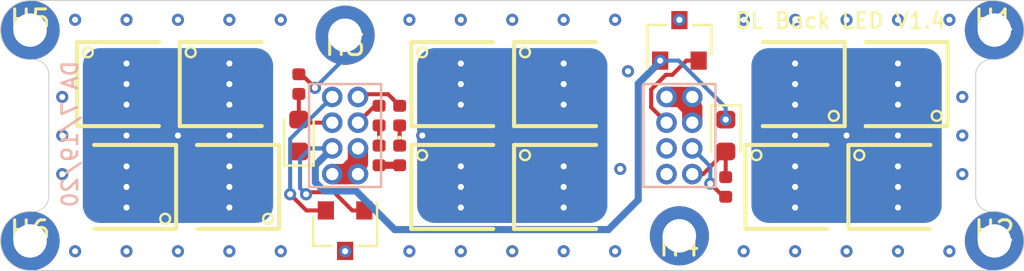
<source format=kicad_pcb>
(kicad_pcb (version 20171130) (host pcbnew "(5.1.4)-1")

  (general
    (thickness 1.6)
    (drawings 16)
    (tracks 156)
    (zones 0)
    (modules 33)
    (nets 26)
  )

  (page A4)
  (layers
    (0 F.Cu signal hide)
    (31 B.Cu signal hide)
    (32 B.Adhes user)
    (33 F.Adhes user)
    (34 B.Paste user)
    (35 F.Paste user)
    (36 B.SilkS user)
    (37 F.SilkS user)
    (38 B.Mask user)
    (39 F.Mask user)
    (40 Dwgs.User user)
    (41 Cmts.User user)
    (42 Eco1.User user)
    (43 Eco2.User user)
    (44 Edge.Cuts user)
    (45 Margin user)
    (46 B.CrtYd user)
    (47 F.CrtYd user)
    (48 B.Fab user)
    (49 F.Fab user)
  )

  (setup
    (last_trace_width 0.1524)
    (user_trace_width 0.2)
    (user_trace_width 0.35)
    (user_trace_width 0.5)
    (user_trace_width 0.7)
    (user_trace_width 1)
    (trace_clearance 0.1524)
    (zone_clearance 0.1524)
    (zone_45_only no)
    (trace_min 0.1524)
    (via_size 0.6)
    (via_drill 0.3)
    (via_min_size 0.6)
    (via_min_drill 0.3)
    (uvia_size 0.3)
    (uvia_drill 0.1)
    (uvias_allowed no)
    (uvia_min_size 0.2)
    (uvia_min_drill 0.1)
    (edge_width 0.05)
    (segment_width 0.2)
    (pcb_text_width 0.3)
    (pcb_text_size 1.5 1.5)
    (mod_edge_width 0.12)
    (mod_text_size 1 1)
    (mod_text_width 0.15)
    (pad_size 2.921 2.921)
    (pad_drill 1.651)
    (pad_to_mask_clearance 0.051)
    (solder_mask_min_width 0.25)
    (aux_axis_origin 0 0)
    (visible_elements 7FFFFFFF)
    (pcbplotparams
      (layerselection 0x010fc_ffffffff)
      (usegerberextensions false)
      (usegerberattributes false)
      (usegerberadvancedattributes false)
      (creategerberjobfile false)
      (excludeedgelayer true)
      (linewidth 0.100000)
      (plotframeref false)
      (viasonmask false)
      (mode 1)
      (useauxorigin false)
      (hpglpennumber 1)
      (hpglpenspeed 20)
      (hpglpendiameter 15.000000)
      (psnegative false)
      (psa4output false)
      (plotreference true)
      (plotvalue true)
      (plotinvisibletext false)
      (padsonsilk false)
      (subtractmaskfromsilk false)
      (outputformat 1)
      (mirror false)
      (drillshape 0)
      (scaleselection 1)
      (outputdirectory "SkateLightBackLEDBoard1.4/"))
  )

  (net 0 "")
  (net 1 LightSense1)
  (net 2 LightSense2)
  (net 3 GND)
  (net 4 Temp1)
  (net 5 Temp2)
  (net 6 LED+)
  (net 7 LED_Sign_2)
  (net 8 LED_Sign_1)
  (net 9 "Net-(D1-Pad2)")
  (net 10 LED-)
  (net 11 "Net-(D2-Pad2)")
  (net 12 "Net-(D3-Pad2)")
  (net 13 "Net-(D4-Pad2)")
  (net 14 "Net-(D5-Pad2)")
  (net 15 "Net-(D6-Pad2)")
  (net 16 "Net-(D7-Pad2)")
  (net 17 "Net-(D8-Pad2)")
  (net 18 "Net-(D10-Pad1)")
  (net 19 "Net-(D10-Pad2)")
  (net 20 "Net-(D11-Pad2)")
  (net 21 +3V3)
  (net 22 "Net-(J2-Pad8)")
  (net 23 "Net-(J2-Pad6)")
  (net 24 "Net-(D13-Pad1)")
  (net 25 "Net-(D14-Pad1)")

  (net_class Default "This is the default net class."
    (clearance 0.1524)
    (trace_width 0.1524)
    (via_dia 0.6)
    (via_drill 0.3)
    (uvia_dia 0.3)
    (uvia_drill 0.1)
    (add_net +3V3)
    (add_net GND)
    (add_net LED+)
    (add_net LED-)
    (add_net LED_Sign_1)
    (add_net LED_Sign_2)
    (add_net LightSense1)
    (add_net LightSense2)
    (add_net "Net-(D1-Pad2)")
    (add_net "Net-(D10-Pad1)")
    (add_net "Net-(D10-Pad2)")
    (add_net "Net-(D11-Pad2)")
    (add_net "Net-(D13-Pad1)")
    (add_net "Net-(D14-Pad1)")
    (add_net "Net-(D2-Pad2)")
    (add_net "Net-(D3-Pad2)")
    (add_net "Net-(D4-Pad2)")
    (add_net "Net-(D5-Pad2)")
    (add_net "Net-(D6-Pad2)")
    (add_net "Net-(D7-Pad2)")
    (add_net "Net-(D8-Pad2)")
    (add_net "Net-(J2-Pad6)")
    (add_net "Net-(J2-Pad8)")
    (add_net Temp1)
    (add_net Temp2)
  )

  (module LolomoloKiCADLib:SST-10-DR-B90-G660 (layer F.Cu) (tedit 5F06A227) (tstamp 5F075634)
    (at -19.05 -2.54)
    (descr XLamp)
    (tags LED)
    (path /5F2F21B7)
    (attr smd)
    (fp_text reference D3 (at 0 0 180) (layer F.SilkS) hide
      (effects (font (size 1.27 1.27) (thickness 0.254)))
    )
    (fp_text value LED_PAD (at 0 0 180) (layer F.SilkS) hide
      (effects (font (size 1.27 1.27) (thickness 0.254)))
    )
    (fp_line (start -2.55 -2.175) (end 2.55 -2.175) (layer Dwgs.User) (width 0.05))
    (fp_line (start 2.55 -2.175) (end 2.55 2.175) (layer Dwgs.User) (width 0.05))
    (fp_line (start 2.55 2.175) (end -2.55 2.175) (layer Dwgs.User) (width 0.05))
    (fp_line (start -2.55 2.175) (end -2.55 -2.175) (layer Dwgs.User) (width 0.05))
    (fp_line (start -1.675 -1.675) (end 1.675 -1.675) (layer Dwgs.User) (width 0.1))
    (fp_line (start 1.675 -1.675) (end 1.675 1.675) (layer Dwgs.User) (width 0.1))
    (fp_line (start 1.675 1.675) (end -1.675 1.675) (layer Dwgs.User) (width 0.1))
    (fp_line (start -1.675 1.675) (end -1.675 -1.675) (layer Dwgs.User) (width 0.1))
    (fp_line (start -1.675 -0.558) (end -0.558 -1.675) (layer Dwgs.User) (width 0.1))
    (fp_line (start 1.6 -2.075) (end -2.45 -2.075) (layer F.SilkS) (width 0.2))
    (fp_line (start -2.45 -2.075) (end -2.45 2.075) (layer F.SilkS) (width 0.2))
    (fp_line (start -2.45 2.075) (end 1.6 2.075) (layer F.SilkS) (width 0.2))
    (fp_circle (center -1.91 -1.57) (end -1.71 -1.43) (layer F.SilkS) (width 0.12))
    (pad 1 smd rect (at -1.35 0) (size 0.5 2.7) (layers F.Cu F.Paste F.Mask)
      (net 11 "Net-(D2-Pad2)"))
    (pad 2 smd rect (at 1.35 0) (size 0.5 2.7) (layers F.Cu F.Paste F.Mask)
      (net 12 "Net-(D3-Pad2)"))
    (pad 3 smd rect (at 0 0) (size 1 2.7) (layers F.Cu F.Paste F.Mask)
      (net 3 GND))
  )

  (module Resistor_SMD:R_0402_1005Metric (layer F.Cu) (tedit 5B301BBD) (tstamp 5E013AAA)
    (at 10.541 2.54 270)
    (descr "Resistor SMD 0402 (1005 Metric), square (rectangular) end terminal, IPC_7351 nominal, (Body size source: http://www.tortai-tech.com/upload/download/2011102023233369053.pdf), generated with kicad-footprint-generator")
    (tags resistor)
    (path /5DE8D404)
    (attr smd)
    (fp_text reference R2 (at -0.26416 1.3081 90) (layer F.SilkS) hide
      (effects (font (size 1 1) (thickness 0.15)))
    )
    (fp_text value "10k 5%" (at 0 1.17 90) (layer F.Fab)
      (effects (font (size 1 1) (thickness 0.15)))
    )
    (fp_text user %R (at 0 0 90) (layer F.Fab)
      (effects (font (size 0.25 0.25) (thickness 0.04)))
    )
    (fp_line (start 0.93 0.47) (end -0.93 0.47) (layer F.CrtYd) (width 0.05))
    (fp_line (start 0.93 -0.47) (end 0.93 0.47) (layer F.CrtYd) (width 0.05))
    (fp_line (start -0.93 -0.47) (end 0.93 -0.47) (layer F.CrtYd) (width 0.05))
    (fp_line (start -0.93 0.47) (end -0.93 -0.47) (layer F.CrtYd) (width 0.05))
    (fp_line (start 0.5 0.25) (end -0.5 0.25) (layer F.Fab) (width 0.1))
    (fp_line (start 0.5 -0.25) (end 0.5 0.25) (layer F.Fab) (width 0.1))
    (fp_line (start -0.5 -0.25) (end 0.5 -0.25) (layer F.Fab) (width 0.1))
    (fp_line (start -0.5 0.25) (end -0.5 -0.25) (layer F.Fab) (width 0.1))
    (pad 2 smd roundrect (at 0.485 0 270) (size 0.59 0.64) (layers F.Cu F.Paste F.Mask) (roundrect_rratio 0.25)
      (net 3 GND))
    (pad 1 smd roundrect (at -0.485 0 270) (size 0.59 0.64) (layers F.Cu F.Paste F.Mask) (roundrect_rratio 0.25)
      (net 2 LightSense2))
    (model ${KISYS3DMOD}/Resistor_SMD.3dshapes/R_0402_1005Metric.wrl
      (at (xyz 0 0 0))
      (scale (xyz 1 1 1))
      (rotate (xyz 0 0 0))
    )
  )

  (module Diode_SMD:D_0603_1608Metric (layer F.Cu) (tedit 5B301BBE) (tstamp 5E013A9B)
    (at 10.541 0 270)
    (descr "Diode SMD 0603 (1608 Metric), square (rectangular) end terminal, IPC_7351 nominal, (Body size source: http://www.tortai-tech.com/upload/download/2011102023233369053.pdf), generated with kicad-footprint-generator")
    (tags diode)
    (path /5E086019)
    (attr smd)
    (fp_text reference Q2 (at -2.52222 0.12954 90) (layer F.SilkS) hide
      (effects (font (size 1 1) (thickness 0.15)))
    )
    (fp_text value Q_Photo_NPN (at 0 1.43 90) (layer F.Fab)
      (effects (font (size 1 1) (thickness 0.15)))
    )
    (fp_text user %R (at 0 0 90) (layer F.Fab)
      (effects (font (size 0.4 0.4) (thickness 0.06)))
    )
    (fp_line (start 1.48 0.73) (end -1.48 0.73) (layer F.CrtYd) (width 0.05))
    (fp_line (start 1.48 -0.73) (end 1.48 0.73) (layer F.CrtYd) (width 0.05))
    (fp_line (start -1.48 -0.73) (end 1.48 -0.73) (layer F.CrtYd) (width 0.05))
    (fp_line (start -1.48 0.73) (end -1.48 -0.73) (layer F.CrtYd) (width 0.05))
    (fp_line (start -1.485 0.735) (end 0.8 0.735) (layer F.SilkS) (width 0.12))
    (fp_line (start -1.485 -0.735) (end -1.485 0.735) (layer F.SilkS) (width 0.12))
    (fp_line (start 0.8 -0.735) (end -1.485 -0.735) (layer F.SilkS) (width 0.12))
    (fp_line (start 0.8 0.4) (end 0.8 -0.4) (layer F.Fab) (width 0.1))
    (fp_line (start -0.8 0.4) (end 0.8 0.4) (layer F.Fab) (width 0.1))
    (fp_line (start -0.8 -0.1) (end -0.8 0.4) (layer F.Fab) (width 0.1))
    (fp_line (start -0.5 -0.4) (end -0.8 -0.1) (layer F.Fab) (width 0.1))
    (fp_line (start 0.8 -0.4) (end -0.5 -0.4) (layer F.Fab) (width 0.1))
    (pad 2 smd roundrect (at 0.7875 0 270) (size 0.875 0.95) (layers F.Cu F.Paste F.Mask) (roundrect_rratio 0.25)
      (net 2 LightSense2))
    (pad 1 smd roundrect (at -0.7875 0 270) (size 0.875 0.95) (layers F.Cu F.Paste F.Mask) (roundrect_rratio 0.25)
      (net 21 +3V3))
    (model ${KISYS3DMOD}/Diode_SMD.3dshapes/D_0603_1608Metric.wrl
      (at (xyz 0 0 0))
      (scale (xyz 1 1 1))
      (rotate (xyz 0 0 0))
    )
  )

  (module Package_TO_SOT_SMD:SOT-23 (layer F.Cu) (tedit 5A02FF57) (tstamp 5E006F93)
    (at 8.255 -4.699 90)
    (descr "SOT-23, Standard")
    (tags SOT-23)
    (path /5DCE44AB)
    (attr smd)
    (fp_text reference U2 (at -0.924966 2.361807 90) (layer F.SilkS) hide
      (effects (font (size 1 1) (thickness 0.15)))
    )
    (fp_text value MCP9700AT-E_TT (at 0 2.5 90) (layer F.Fab)
      (effects (font (size 1 1) (thickness 0.15)))
    )
    (fp_line (start 0.76 1.58) (end -0.7 1.58) (layer F.SilkS) (width 0.12))
    (fp_line (start 0.76 -1.58) (end -1.4 -1.58) (layer F.SilkS) (width 0.12))
    (fp_line (start -1.7 1.75) (end -1.7 -1.75) (layer F.CrtYd) (width 0.05))
    (fp_line (start 1.7 1.75) (end -1.7 1.75) (layer F.CrtYd) (width 0.05))
    (fp_line (start 1.7 -1.75) (end 1.7 1.75) (layer F.CrtYd) (width 0.05))
    (fp_line (start -1.7 -1.75) (end 1.7 -1.75) (layer F.CrtYd) (width 0.05))
    (fp_line (start 0.76 -1.58) (end 0.76 -0.65) (layer F.SilkS) (width 0.12))
    (fp_line (start 0.76 1.58) (end 0.76 0.65) (layer F.SilkS) (width 0.12))
    (fp_line (start -0.7 1.52) (end 0.7 1.52) (layer F.Fab) (width 0.1))
    (fp_line (start 0.7 -1.52) (end 0.7 1.52) (layer F.Fab) (width 0.1))
    (fp_line (start -0.7 -0.95) (end -0.15 -1.52) (layer F.Fab) (width 0.1))
    (fp_line (start -0.15 -1.52) (end 0.7 -1.52) (layer F.Fab) (width 0.1))
    (fp_line (start -0.7 -0.95) (end -0.7 1.5) (layer F.Fab) (width 0.1))
    (fp_text user %R (at 0 0) (layer F.Fab)
      (effects (font (size 0.5 0.5) (thickness 0.075)))
    )
    (pad 3 smd rect (at 1 0 90) (size 0.9 0.8) (layers F.Cu F.Paste F.Mask)
      (net 3 GND))
    (pad 2 smd rect (at -1 0.95 90) (size 0.9 0.8) (layers F.Cu F.Paste F.Mask)
      (net 5 Temp2))
    (pad 1 smd rect (at -1 -0.95 90) (size 0.9 0.8) (layers F.Cu F.Paste F.Mask)
      (net 21 +3V3))
    (model ${KISYS3DMOD}/Package_TO_SOT_SMD.3dshapes/SOT-23.wrl
      (at (xyz 0 0 0))
      (scale (xyz 1 1 1))
      (rotate (xyz 0 0 0))
    )
  )

  (module LolomoloKiCADLib:Conn_2x4_0.05in (layer B.Cu) (tedit 5DB23ACC) (tstamp 5DB330C1)
    (at 8.89 -1.905 180)
    (path /5DE8A9BC)
    (fp_text reference J2 (at 0.6604 1.524 180) (layer B.SilkS) hide
      (effects (font (size 1 1) (thickness 0.15)) (justify mirror))
    )
    (fp_text value Conn_02x04_Odd_Even (at 0 0.5 180) (layer B.Fab) hide
      (effects (font (size 1 1) (thickness 0.15)) (justify mirror))
    )
    (fp_line (start -1.143 -4.445) (end -1.143 0.635) (layer B.SilkS) (width 0.12))
    (fp_line (start 2.413 -4.445) (end -1.143 -4.445) (layer B.SilkS) (width 0.12))
    (fp_line (start 2.413 0.635) (end 2.413 -4.445) (layer B.SilkS) (width 0.12))
    (fp_line (start -1.143 0.635) (end 2.413 0.635) (layer B.SilkS) (width 0.12))
    (pad 8 thru_hole circle (at 1.27 -3.81 180) (size 1.016 1.016) (drill 0.6096) (layers *.Cu *.Mask)
      (net 22 "Net-(J2-Pad8)"))
    (pad 7 thru_hole circle (at 0 -3.81 180) (size 1.016 1.016) (drill 0.6096) (layers *.Cu *.Mask)
      (net 2 LightSense2))
    (pad 6 thru_hole circle (at 1.27 -2.54 180) (size 1.016 1.016) (drill 0.6096) (layers *.Cu *.Mask)
      (net 23 "Net-(J2-Pad6)"))
    (pad 5 thru_hole circle (at 0 -2.54 180) (size 1.016 1.016) (drill 0.6096) (layers *.Cu *.Mask)
      (net 3 GND))
    (pad 4 thru_hole circle (at 1.27 -1.27 180) (size 1.016 1.016) (drill 0.6096) (layers *.Cu *.Mask)
      (net 5 Temp2))
    (pad 3 thru_hole circle (at 0 -1.27 180) (size 1.016 1.016) (drill 0.6096) (layers *.Cu *.Mask)
      (net 6 LED+))
    (pad 2 thru_hole circle (at 1.27 0 180) (size 1.016 1.016) (drill 0.6096) (layers *.Cu *.Mask)
      (net 6 LED+))
    (pad 1 thru_hole circle (at 0 0 180) (size 1.016 1.016) (drill 0.6096) (layers *.Cu *.Mask)
      (net 6 LED+))
  )

  (module LolomoloKiCADLib:MH_0-80_Screw_Grounded (layer F.Cu) (tedit 5DB23F78) (tstamp 5DB3D970)
    (at 8.255 4.953)
    (path /5DB3FDBA)
    (fp_text reference H4 (at 0 0.5) (layer F.SilkS)
      (effects (font (size 1 1) (thickness 0.15)))
    )
    (fp_text value MountingHole_Pad (at 0 -0.5) (layer F.Fab)
      (effects (font (size 1 1) (thickness 0.15)))
    )
    (pad 1 thru_hole circle (at 0 0) (size 2.921 2.921) (drill 1.651) (layers *.Cu *.Mask)
      (net 3 GND))
  )

  (module LolomoloKiCADLib:MH_0-80_Screw_Grounded (layer F.Cu) (tedit 5DB23F78) (tstamp 5DB3D961)
    (at -8.255 -4.953)
    (path /5DB3FD93)
    (fp_text reference H3 (at 0 0.5) (layer F.SilkS)
      (effects (font (size 1 1) (thickness 0.15)))
    )
    (fp_text value MountingHole_Pad (at 0 -0.5) (layer F.Fab)
      (effects (font (size 1 1) (thickness 0.15)))
    )
    (pad 1 thru_hole circle (at 0 0) (size 2.921 2.921) (drill 1.651) (layers *.Cu *.Mask)
      (net 3 GND))
  )

  (module LolomoloKiCADLib:Conn_2x4_0.05in (layer B.Cu) (tedit 5DB23ACC) (tstamp 5DB3376C)
    (at -7.62 -1.905 180)
    (path /5DE89DA5)
    (fp_text reference J1 (at 0.6604 1.524) (layer B.SilkS) hide
      (effects (font (size 1 1) (thickness 0.15)) (justify mirror))
    )
    (fp_text value Conn_02x04_Odd_Even (at 0 0.5) (layer B.Fab)
      (effects (font (size 1 1) (thickness 0.15)) (justify mirror))
    )
    (fp_line (start -1.143 -4.445) (end -1.143 0.635) (layer B.SilkS) (width 0.12))
    (fp_line (start 2.413 -4.445) (end -1.143 -4.445) (layer B.SilkS) (width 0.12))
    (fp_line (start 2.413 0.635) (end 2.413 -4.445) (layer B.SilkS) (width 0.12))
    (fp_line (start -1.143 0.635) (end 2.413 0.635) (layer B.SilkS) (width 0.12))
    (pad 8 thru_hole circle (at 1.27 -3.81 180) (size 1.016 1.016) (drill 0.6096) (layers *.Cu *.Mask)
      (net 10 LED-))
    (pad 7 thru_hole circle (at 0 -3.81 180) (size 1.016 1.016) (drill 0.6096) (layers *.Cu *.Mask)
      (net 10 LED-))
    (pad 6 thru_hole circle (at 1.27 -2.54 180) (size 1.016 1.016) (drill 0.6096) (layers *.Cu *.Mask)
      (net 21 +3V3))
    (pad 5 thru_hole circle (at 0 -2.54 180) (size 1.016 1.016) (drill 0.6096) (layers *.Cu *.Mask)
      (net 10 LED-))
    (pad 4 thru_hole circle (at 1.27 -1.27 180) (size 1.016 1.016) (drill 0.6096) (layers *.Cu *.Mask)
      (net 1 LightSense1))
    (pad 3 thru_hole circle (at 0 -1.27 180) (size 1.016 1.016) (drill 0.6096) (layers *.Cu *.Mask)
      (net 7 LED_Sign_2))
    (pad 2 thru_hole circle (at 1.27 0 180) (size 1.016 1.016) (drill 0.6096) (layers *.Cu *.Mask)
      (net 4 Temp1))
    (pad 1 thru_hole circle (at 0 0 180) (size 1.016 1.016) (drill 0.6096) (layers *.Cu *.Mask)
      (net 8 LED_Sign_1))
  )

  (module LolomoloKiCADLib:MH_0-80_Screw_Grounded (layer F.Cu) (tedit 5DB23F78) (tstamp 5DB33092)
    (at 23.8125 -5.207 180)
    (path /5DEAD1D5)
    (fp_text reference H1 (at 0 0.5) (layer F.SilkS)
      (effects (font (size 1 1) (thickness 0.15)))
    )
    (fp_text value MountingHole_Pad (at 0 -0.5) (layer F.Fab)
      (effects (font (size 1 1) (thickness 0.15)))
    )
    (pad 1 thru_hole circle (at 0 0 180) (size 2.921 2.921) (drill 1.651) (layers *.Cu *.Mask)
      (net 3 GND))
  )

  (module LolomoloKiCADLib:MH_0-80_Screw_Grounded (layer F.Cu) (tedit 5DB23F78) (tstamp 5DB33097)
    (at 23.8125 5.207 180)
    (path /5DEB2AF6)
    (fp_text reference H2 (at 0 0.5) (layer F.SilkS)
      (effects (font (size 1 1) (thickness 0.15)))
    )
    (fp_text value MountingHole_Pad (at 0 -0.5) (layer F.Fab)
      (effects (font (size 1 1) (thickness 0.15)))
    )
    (pad 1 thru_hole circle (at 0 0 180) (size 2.921 2.921) (drill 1.651) (layers *.Cu *.Mask)
      (net 3 GND))
  )

  (module LolomoloKiCADLib:MH_0-80_Screw_Grounded (layer F.Cu) (tedit 5DB23F78) (tstamp 5DB3309C)
    (at -23.8125 -5.207 180)
    (path /5DEB13FB)
    (fp_text reference H5 (at 0 0.5) (layer F.SilkS)
      (effects (font (size 1 1) (thickness 0.15)))
    )
    (fp_text value MountingHole_Pad (at 0 -0.5) (layer F.Fab)
      (effects (font (size 1 1) (thickness 0.15)))
    )
    (pad 1 thru_hole circle (at 0 0 180) (size 2.921 2.921) (drill 1.651) (layers *.Cu *.Mask)
      (net 3 GND))
  )

  (module LolomoloKiCADLib:MH_0-80_Screw_Grounded (layer F.Cu) (tedit 5DB23F78) (tstamp 5DB330A1)
    (at -23.8125 5.207 180)
    (path /5DEB431C)
    (fp_text reference H6 (at 0 0.5) (layer F.SilkS)
      (effects (font (size 1 1) (thickness 0.15)))
    )
    (fp_text value MountingHole_Pad (at 0 -0.5) (layer F.Fab)
      (effects (font (size 1 1) (thickness 0.15)))
    )
    (pad 1 thru_hole circle (at 0 0 180) (size 2.921 2.921) (drill 1.651) (layers *.Cu *.Mask)
      (net 3 GND))
  )

  (module Package_TO_SOT_SMD:SOT-23 (layer F.Cu) (tedit 5A02FF57) (tstamp 5DCE7B2B)
    (at -8.255 4.699 270)
    (descr "SOT-23, Standard")
    (tags SOT-23)
    (path /5DCE3E90)
    (attr smd)
    (fp_text reference U1 (at 0 -2.5 90) (layer F.SilkS) hide
      (effects (font (size 1 1) (thickness 0.15)))
    )
    (fp_text value MCP9700AT-E_TT (at 0 2.5 90) (layer F.Fab)
      (effects (font (size 1 1) (thickness 0.15)))
    )
    (fp_line (start 0.76 1.58) (end -0.7 1.58) (layer F.SilkS) (width 0.12))
    (fp_line (start 0.76 -1.58) (end -1.4 -1.58) (layer F.SilkS) (width 0.12))
    (fp_line (start -1.7 1.75) (end -1.7 -1.75) (layer F.CrtYd) (width 0.05))
    (fp_line (start 1.7 1.75) (end -1.7 1.75) (layer F.CrtYd) (width 0.05))
    (fp_line (start 1.7 -1.75) (end 1.7 1.75) (layer F.CrtYd) (width 0.05))
    (fp_line (start -1.7 -1.75) (end 1.7 -1.75) (layer F.CrtYd) (width 0.05))
    (fp_line (start 0.76 -1.58) (end 0.76 -0.65) (layer F.SilkS) (width 0.12))
    (fp_line (start 0.76 1.58) (end 0.76 0.65) (layer F.SilkS) (width 0.12))
    (fp_line (start -0.7 1.52) (end 0.7 1.52) (layer F.Fab) (width 0.1))
    (fp_line (start 0.7 -1.52) (end 0.7 1.52) (layer F.Fab) (width 0.1))
    (fp_line (start -0.7 -0.95) (end -0.15 -1.52) (layer F.Fab) (width 0.1))
    (fp_line (start -0.15 -1.52) (end 0.7 -1.52) (layer F.Fab) (width 0.1))
    (fp_line (start -0.7 -0.95) (end -0.7 1.5) (layer F.Fab) (width 0.1))
    (fp_text user %R (at 0 0) (layer F.Fab)
      (effects (font (size 0.5 0.5) (thickness 0.075)))
    )
    (pad 3 smd rect (at 1 0 270) (size 0.9 0.8) (layers F.Cu F.Paste F.Mask)
      (net 3 GND))
    (pad 2 smd rect (at -1 0.95 270) (size 0.9 0.8) (layers F.Cu F.Paste F.Mask)
      (net 4 Temp1))
    (pad 1 smd rect (at -1 -0.95 270) (size 0.9 0.8) (layers F.Cu F.Paste F.Mask)
      (net 21 +3V3))
    (model ${KISYS3DMOD}/Package_TO_SOT_SMD.3dshapes/SOT-23.wrl
      (at (xyz 0 0 0))
      (scale (xyz 1 1 1))
      (rotate (xyz 0 0 0))
    )
  )

  (module Diode_SMD:D_0402_1005Metric (layer F.Cu) (tedit 5B301BBE) (tstamp 5E013A51)
    (at -5.56066 -0.98356 90)
    (descr "Diode SMD 0402 (1005 Metric), square (rectangular) end terminal, IPC_7351 nominal, (Body size source: http://www.tortai-tech.com/upload/download/2011102023233369053.pdf), generated with kicad-footprint-generator")
    (tags diode)
    (path /5E06AE24)
    (attr smd)
    (fp_text reference D13 (at 1.74752 -0.39116 90) (layer F.SilkS) hide
      (effects (font (size 1 1) (thickness 0.15)))
    )
    (fp_text value LEDR (at 0 1.17 90) (layer F.Fab)
      (effects (font (size 1 1) (thickness 0.15)))
    )
    (fp_text user %R (at 0 0 90) (layer F.Fab)
      (effects (font (size 0.25 0.25) (thickness 0.04)))
    )
    (fp_line (start 0.93 0.47) (end -0.93 0.47) (layer F.CrtYd) (width 0.05))
    (fp_line (start 0.93 -0.47) (end 0.93 0.47) (layer F.CrtYd) (width 0.05))
    (fp_line (start -0.93 -0.47) (end 0.93 -0.47) (layer F.CrtYd) (width 0.05))
    (fp_line (start -0.93 0.47) (end -0.93 -0.47) (layer F.CrtYd) (width 0.05))
    (fp_line (start -0.3 0.25) (end -0.3 -0.25) (layer F.Fab) (width 0.1))
    (fp_line (start -0.4 0.25) (end -0.4 -0.25) (layer F.Fab) (width 0.1))
    (fp_line (start 0.5 0.25) (end -0.5 0.25) (layer F.Fab) (width 0.1))
    (fp_line (start 0.5 -0.25) (end 0.5 0.25) (layer F.Fab) (width 0.1))
    (fp_line (start -0.5 -0.25) (end 0.5 -0.25) (layer F.Fab) (width 0.1))
    (fp_line (start -0.5 0.25) (end -0.5 -0.25) (layer F.Fab) (width 0.1))
    (fp_circle (center -1.09 0) (end -1.04 0) (layer F.SilkS) (width 0.1))
    (pad 2 smd roundrect (at 0.485 0 90) (size 0.59 0.64) (layers F.Cu F.Paste F.Mask) (roundrect_rratio 0.25)
      (net 8 LED_Sign_1))
    (pad 1 smd roundrect (at -0.485 0 90) (size 0.59 0.64) (layers F.Cu F.Paste F.Mask) (roundrect_rratio 0.25)
      (net 24 "Net-(D13-Pad1)"))
    (model ${KISYS3DMOD}/Diode_SMD.3dshapes/D_0402_1005Metric.wrl
      (at (xyz 0 0 0))
      (scale (xyz 1 1 1))
      (rotate (xyz 0 0 0))
    )
  )

  (module Diode_SMD:D_0402_1005Metric (layer F.Cu) (tedit 5B301BBE) (tstamp 5EE1164F)
    (at -6.57666 -0.98356 90)
    (descr "Diode SMD 0402 (1005 Metric), square (rectangular) end terminal, IPC_7351 nominal, (Body size source: http://www.tortai-tech.com/upload/download/2011102023233369053.pdf), generated with kicad-footprint-generator")
    (tags diode)
    (path /5E070808)
    (attr smd)
    (fp_text reference D14 (at 1.84658 0.12954 90) (layer F.SilkS) hide
      (effects (font (size 1 1) (thickness 0.15)))
    )
    (fp_text value LEDG (at 0 1.17 90) (layer F.Fab)
      (effects (font (size 1 1) (thickness 0.15)))
    )
    (fp_text user %R (at 0 0 90) (layer F.Fab)
      (effects (font (size 0.25 0.25) (thickness 0.04)))
    )
    (fp_line (start 0.93 0.47) (end -0.93 0.47) (layer F.CrtYd) (width 0.05))
    (fp_line (start 0.93 -0.47) (end 0.93 0.47) (layer F.CrtYd) (width 0.05))
    (fp_line (start -0.93 -0.47) (end 0.93 -0.47) (layer F.CrtYd) (width 0.05))
    (fp_line (start -0.93 0.47) (end -0.93 -0.47) (layer F.CrtYd) (width 0.05))
    (fp_line (start -0.3 0.25) (end -0.3 -0.25) (layer F.Fab) (width 0.1))
    (fp_line (start -0.4 0.25) (end -0.4 -0.25) (layer F.Fab) (width 0.1))
    (fp_line (start 0.5 0.25) (end -0.5 0.25) (layer F.Fab) (width 0.1))
    (fp_line (start 0.5 -0.25) (end 0.5 0.25) (layer F.Fab) (width 0.1))
    (fp_line (start -0.5 -0.25) (end 0.5 -0.25) (layer F.Fab) (width 0.1))
    (fp_line (start -0.5 0.25) (end -0.5 -0.25) (layer F.Fab) (width 0.1))
    (fp_circle (center -1.09 0) (end -1.04 0) (layer F.SilkS) (width 0.1))
    (pad 2 smd roundrect (at 0.485 0 90) (size 0.59 0.64) (layers F.Cu F.Paste F.Mask) (roundrect_rratio 0.25)
      (net 7 LED_Sign_2))
    (pad 1 smd roundrect (at -0.485 0 90) (size 0.59 0.64) (layers F.Cu F.Paste F.Mask) (roundrect_rratio 0.25)
      (net 25 "Net-(D14-Pad1)"))
    (model ${KISYS3DMOD}/Diode_SMD.3dshapes/D_0402_1005Metric.wrl
      (at (xyz 0 0 0))
      (scale (xyz 1 1 1))
      (rotate (xyz 0 0 0))
    )
  )

  (module Diode_SMD:D_0603_1608Metric (layer F.Cu) (tedit 5B301BBE) (tstamp 5E013A88)
    (at -10.541 0 90)
    (descr "Diode SMD 0603 (1608 Metric), square (rectangular) end terminal, IPC_7351 nominal, (Body size source: http://www.tortai-tech.com/upload/download/2011102023233369053.pdf), generated with kicad-footprint-generator")
    (tags diode)
    (path /5E08ED74)
    (attr smd)
    (fp_text reference Q1 (at -2.63398 0.37084 90) (layer F.SilkS) hide
      (effects (font (size 1 1) (thickness 0.15)))
    )
    (fp_text value Q_Photo_NPN (at 0 1.43 90) (layer F.Fab)
      (effects (font (size 1 1) (thickness 0.15)))
    )
    (fp_text user %R (at 0 0 90) (layer F.Fab)
      (effects (font (size 0.4 0.4) (thickness 0.06)))
    )
    (fp_line (start 1.48 0.73) (end -1.48 0.73) (layer F.CrtYd) (width 0.05))
    (fp_line (start 1.48 -0.73) (end 1.48 0.73) (layer F.CrtYd) (width 0.05))
    (fp_line (start -1.48 -0.73) (end 1.48 -0.73) (layer F.CrtYd) (width 0.05))
    (fp_line (start -1.48 0.73) (end -1.48 -0.73) (layer F.CrtYd) (width 0.05))
    (fp_line (start -1.485 0.735) (end 0.8 0.735) (layer F.SilkS) (width 0.12))
    (fp_line (start -1.485 -0.735) (end -1.485 0.735) (layer F.SilkS) (width 0.12))
    (fp_line (start 0.8 -0.735) (end -1.485 -0.735) (layer F.SilkS) (width 0.12))
    (fp_line (start 0.8 0.4) (end 0.8 -0.4) (layer F.Fab) (width 0.1))
    (fp_line (start -0.8 0.4) (end 0.8 0.4) (layer F.Fab) (width 0.1))
    (fp_line (start -0.8 -0.1) (end -0.8 0.4) (layer F.Fab) (width 0.1))
    (fp_line (start -0.5 -0.4) (end -0.8 -0.1) (layer F.Fab) (width 0.1))
    (fp_line (start 0.8 -0.4) (end -0.5 -0.4) (layer F.Fab) (width 0.1))
    (pad 2 smd roundrect (at 0.7875 0 90) (size 0.875 0.95) (layers F.Cu F.Paste F.Mask) (roundrect_rratio 0.25)
      (net 1 LightSense1))
    (pad 1 smd roundrect (at -0.7875 0 90) (size 0.875 0.95) (layers F.Cu F.Paste F.Mask) (roundrect_rratio 0.25)
      (net 21 +3V3))
    (model ${KISYS3DMOD}/Diode_SMD.3dshapes/D_0603_1608Metric.wrl
      (at (xyz 0 0 0))
      (scale (xyz 1 1 1))
      (rotate (xyz 0 0 0))
    )
  )

  (module Resistor_SMD:R_0402_1005Metric (layer F.Cu) (tedit 5B301BBD) (tstamp 5E013A9C)
    (at -10.541 -2.54 90)
    (descr "Resistor SMD 0402 (1005 Metric), square (rectangular) end terminal, IPC_7351 nominal, (Body size source: http://www.tortai-tech.com/upload/download/2011102023233369053.pdf), generated with kicad-footprint-generator")
    (tags resistor)
    (path /5DE8211B)
    (attr smd)
    (fp_text reference R1 (at 0 -1.17 90) (layer F.SilkS) hide
      (effects (font (size 1 1) (thickness 0.15)))
    )
    (fp_text value "10k 5%" (at 0 1.17 90) (layer F.Fab)
      (effects (font (size 1 1) (thickness 0.15)))
    )
    (fp_text user %R (at 0 0 90) (layer F.Fab)
      (effects (font (size 0.25 0.25) (thickness 0.04)))
    )
    (fp_line (start 0.93 0.47) (end -0.93 0.47) (layer F.CrtYd) (width 0.05))
    (fp_line (start 0.93 -0.47) (end 0.93 0.47) (layer F.CrtYd) (width 0.05))
    (fp_line (start -0.93 -0.47) (end 0.93 -0.47) (layer F.CrtYd) (width 0.05))
    (fp_line (start -0.93 0.47) (end -0.93 -0.47) (layer F.CrtYd) (width 0.05))
    (fp_line (start 0.5 0.25) (end -0.5 0.25) (layer F.Fab) (width 0.1))
    (fp_line (start 0.5 -0.25) (end 0.5 0.25) (layer F.Fab) (width 0.1))
    (fp_line (start -0.5 -0.25) (end 0.5 -0.25) (layer F.Fab) (width 0.1))
    (fp_line (start -0.5 0.25) (end -0.5 -0.25) (layer F.Fab) (width 0.1))
    (pad 2 smd roundrect (at 0.485 0 90) (size 0.59 0.64) (layers F.Cu F.Paste F.Mask) (roundrect_rratio 0.25)
      (net 3 GND))
    (pad 1 smd roundrect (at -0.485 0 90) (size 0.59 0.64) (layers F.Cu F.Paste F.Mask) (roundrect_rratio 0.25)
      (net 1 LightSense1))
    (model ${KISYS3DMOD}/Resistor_SMD.3dshapes/R_0402_1005Metric.wrl
      (at (xyz 0 0 0))
      (scale (xyz 1 1 1))
      (rotate (xyz 0 0 0))
    )
  )

  (module Resistor_SMD:R_0402_1005Metric (layer F.Cu) (tedit 5B301BBD) (tstamp 5EE112BB)
    (at -5.56066 0.98494 270)
    (descr "Resistor SMD 0402 (1005 Metric), square (rectangular) end terminal, IPC_7351 nominal, (Body size source: http://www.tortai-tech.com/upload/download/2011102023233369053.pdf), generated with kicad-footprint-generator")
    (tags resistor)
    (path /5E06AB3A)
    (attr smd)
    (fp_text reference R3 (at 2.4638 -1.01854 90) (layer F.SilkS) hide
      (effects (font (size 1 1) (thickness 0.15)))
    )
    (fp_text value "2k7 5%" (at 0 1.17 90) (layer F.Fab)
      (effects (font (size 1 1) (thickness 0.15)))
    )
    (fp_text user %R (at 0 0 90) (layer F.Fab)
      (effects (font (size 0.25 0.25) (thickness 0.04)))
    )
    (fp_line (start 0.93 0.47) (end -0.93 0.47) (layer F.CrtYd) (width 0.05))
    (fp_line (start 0.93 -0.47) (end 0.93 0.47) (layer F.CrtYd) (width 0.05))
    (fp_line (start -0.93 -0.47) (end 0.93 -0.47) (layer F.CrtYd) (width 0.05))
    (fp_line (start -0.93 0.47) (end -0.93 -0.47) (layer F.CrtYd) (width 0.05))
    (fp_line (start 0.5 0.25) (end -0.5 0.25) (layer F.Fab) (width 0.1))
    (fp_line (start 0.5 -0.25) (end 0.5 0.25) (layer F.Fab) (width 0.1))
    (fp_line (start -0.5 -0.25) (end 0.5 -0.25) (layer F.Fab) (width 0.1))
    (fp_line (start -0.5 0.25) (end -0.5 -0.25) (layer F.Fab) (width 0.1))
    (pad 2 smd roundrect (at 0.485 0 270) (size 0.59 0.64) (layers F.Cu F.Paste F.Mask) (roundrect_rratio 0.25)
      (net 3 GND))
    (pad 1 smd roundrect (at -0.485 0 270) (size 0.59 0.64) (layers F.Cu F.Paste F.Mask) (roundrect_rratio 0.25)
      (net 24 "Net-(D13-Pad1)"))
    (model ${KISYS3DMOD}/Resistor_SMD.3dshapes/R_0402_1005Metric.wrl
      (at (xyz 0 0 0))
      (scale (xyz 1 1 1))
      (rotate (xyz 0 0 0))
    )
  )

  (module Resistor_SMD:R_0402_1005Metric (layer F.Cu) (tedit 5B301BBD) (tstamp 5E013AE4)
    (at -6.57666 0.98494 270)
    (descr "Resistor SMD 0402 (1005 Metric), square (rectangular) end terminal, IPC_7351 nominal, (Body size source: http://www.tortai-tech.com/upload/download/2011102023233369053.pdf), generated with kicad-footprint-generator")
    (tags resistor)
    (path /5E070802)
    (attr smd)
    (fp_text reference R4 (at 1.89484 -0.77216 90) (layer F.SilkS) hide
      (effects (font (size 1 1) (thickness 0.15)))
    )
    (fp_text value "390 5%" (at 0 1.17 90) (layer F.Fab)
      (effects (font (size 1 1) (thickness 0.15)))
    )
    (fp_text user %R (at 0 0 90) (layer F.Fab)
      (effects (font (size 0.25 0.25) (thickness 0.04)))
    )
    (fp_line (start 0.93 0.47) (end -0.93 0.47) (layer F.CrtYd) (width 0.05))
    (fp_line (start 0.93 -0.47) (end 0.93 0.47) (layer F.CrtYd) (width 0.05))
    (fp_line (start -0.93 -0.47) (end 0.93 -0.47) (layer F.CrtYd) (width 0.05))
    (fp_line (start -0.93 0.47) (end -0.93 -0.47) (layer F.CrtYd) (width 0.05))
    (fp_line (start 0.5 0.25) (end -0.5 0.25) (layer F.Fab) (width 0.1))
    (fp_line (start 0.5 -0.25) (end 0.5 0.25) (layer F.Fab) (width 0.1))
    (fp_line (start -0.5 -0.25) (end 0.5 -0.25) (layer F.Fab) (width 0.1))
    (fp_line (start -0.5 0.25) (end -0.5 -0.25) (layer F.Fab) (width 0.1))
    (pad 2 smd roundrect (at 0.485 0 270) (size 0.59 0.64) (layers F.Cu F.Paste F.Mask) (roundrect_rratio 0.25)
      (net 3 GND))
    (pad 1 smd roundrect (at -0.485 0 270) (size 0.59 0.64) (layers F.Cu F.Paste F.Mask) (roundrect_rratio 0.25)
      (net 25 "Net-(D14-Pad1)"))
    (model ${KISYS3DMOD}/Resistor_SMD.3dshapes/R_0402_1005Metric.wrl
      (at (xyz 0 0 0))
      (scale (xyz 1 1 1))
      (rotate (xyz 0 0 0))
    )
  )

  (module LolomoloKiCADLib:BomLightBackLEDHeatsink (layer B.Cu) (tedit 5EE06AF0) (tstamp 5EE12D75)
    (at -16.51 0)
    (path /5EE8BEEE)
    (fp_text reference HS1 (at 0 -0.5) (layer B.SilkS) hide
      (effects (font (size 1 1) (thickness 0.15)) (justify mirror))
    )
    (fp_text value Heatsink_Pad (at 0 0.5) (layer B.Fab)
      (effects (font (size 1 1) (thickness 0.15)) (justify mirror))
    )
    (pad 1 smd roundrect (at 0 0) (size 9.398 8.636) (layers B.Cu B.Paste B.Mask) (roundrect_rratio 0.1)
      (net 3 GND))
  )

  (module LolomoloKiCADLib:BomLightBackLEDHeatsink (layer B.Cu) (tedit 5EE06AF0) (tstamp 5EE12D7A)
    (at 0 0)
    (path /5EE8C581)
    (fp_text reference HS2 (at 0 -0.5) (layer B.SilkS) hide
      (effects (font (size 1 1) (thickness 0.15)) (justify mirror))
    )
    (fp_text value Heatsink_Pad (at 0 0.5) (layer B.Fab)
      (effects (font (size 1 1) (thickness 0.15)) (justify mirror))
    )
    (pad 1 smd roundrect (at 0 0) (size 9.398 8.636) (layers B.Cu B.Paste B.Mask) (roundrect_rratio 0.1)
      (net 3 GND))
  )

  (module LolomoloKiCADLib:BomLightBackLEDHeatsink (layer B.Cu) (tedit 5EE06AF0) (tstamp 5EE12D7F)
    (at 16.51 0)
    (path /5EE8C847)
    (fp_text reference HS3 (at 0 -0.5) (layer B.SilkS) hide
      (effects (font (size 1 1) (thickness 0.15)) (justify mirror))
    )
    (fp_text value Heatsink_Pad (at 0 0.5) (layer B.Fab)
      (effects (font (size 1 1) (thickness 0.15)) (justify mirror))
    )
    (pad 1 smd roundrect (at 0 0) (size 9.398 8.636) (layers B.Cu B.Paste B.Mask) (roundrect_rratio 0.1)
      (net 3 GND))
  )

  (module LolomoloKiCADLib:SST-10-DR-B90-G660 (layer F.Cu) (tedit 5F06A227) (tstamp 5F07560C)
    (at -13.97 2.54 180)
    (descr XLamp)
    (tags LED)
    (path /5F2EF4CD)
    (attr smd)
    (fp_text reference D1 (at 0 0 180) (layer F.SilkS) hide
      (effects (font (size 1.27 1.27) (thickness 0.254)))
    )
    (fp_text value LED_PAD (at 0 0 180) (layer F.SilkS) hide
      (effects (font (size 1.27 1.27) (thickness 0.254)))
    )
    (fp_circle (center -1.91 -1.57) (end -1.71 -1.43) (layer F.SilkS) (width 0.12))
    (fp_line (start -2.45 2.075) (end 1.6 2.075) (layer F.SilkS) (width 0.2))
    (fp_line (start -2.45 -2.075) (end -2.45 2.075) (layer F.SilkS) (width 0.2))
    (fp_line (start 1.6 -2.075) (end -2.45 -2.075) (layer F.SilkS) (width 0.2))
    (fp_line (start -1.675 -0.558) (end -0.558 -1.675) (layer Dwgs.User) (width 0.1))
    (fp_line (start -1.675 1.675) (end -1.675 -1.675) (layer Dwgs.User) (width 0.1))
    (fp_line (start 1.675 1.675) (end -1.675 1.675) (layer Dwgs.User) (width 0.1))
    (fp_line (start 1.675 -1.675) (end 1.675 1.675) (layer Dwgs.User) (width 0.1))
    (fp_line (start -1.675 -1.675) (end 1.675 -1.675) (layer Dwgs.User) (width 0.1))
    (fp_line (start -2.55 2.175) (end -2.55 -2.175) (layer Dwgs.User) (width 0.05))
    (fp_line (start 2.55 2.175) (end -2.55 2.175) (layer Dwgs.User) (width 0.05))
    (fp_line (start 2.55 -2.175) (end 2.55 2.175) (layer Dwgs.User) (width 0.05))
    (fp_line (start -2.55 -2.175) (end 2.55 -2.175) (layer Dwgs.User) (width 0.05))
    (pad 3 smd rect (at 0 0 180) (size 1 2.7) (layers F.Cu F.Paste F.Mask)
      (net 3 GND))
    (pad 2 smd rect (at 1.35 0 180) (size 0.5 2.7) (layers F.Cu F.Paste F.Mask)
      (net 9 "Net-(D1-Pad2)"))
    (pad 1 smd rect (at -1.35 0 180) (size 0.5 2.7) (layers F.Cu F.Paste F.Mask)
      (net 10 LED-))
  )

  (module LolomoloKiCADLib:SST-10-DR-B90-G660 (layer F.Cu) (tedit 5F06A227) (tstamp 5F075620)
    (at -19.05 2.54 180)
    (descr XLamp)
    (tags LED)
    (path /5F2F0B4D)
    (attr smd)
    (fp_text reference D2 (at 0 0 180) (layer F.SilkS) hide
      (effects (font (size 1.27 1.27) (thickness 0.254)))
    )
    (fp_text value LED_PAD (at 0 0 180) (layer F.SilkS) hide
      (effects (font (size 1.27 1.27) (thickness 0.254)))
    )
    (fp_line (start -2.55 -2.175) (end 2.55 -2.175) (layer Dwgs.User) (width 0.05))
    (fp_line (start 2.55 -2.175) (end 2.55 2.175) (layer Dwgs.User) (width 0.05))
    (fp_line (start 2.55 2.175) (end -2.55 2.175) (layer Dwgs.User) (width 0.05))
    (fp_line (start -2.55 2.175) (end -2.55 -2.175) (layer Dwgs.User) (width 0.05))
    (fp_line (start -1.675 -1.675) (end 1.675 -1.675) (layer Dwgs.User) (width 0.1))
    (fp_line (start 1.675 -1.675) (end 1.675 1.675) (layer Dwgs.User) (width 0.1))
    (fp_line (start 1.675 1.675) (end -1.675 1.675) (layer Dwgs.User) (width 0.1))
    (fp_line (start -1.675 1.675) (end -1.675 -1.675) (layer Dwgs.User) (width 0.1))
    (fp_line (start -1.675 -0.558) (end -0.558 -1.675) (layer Dwgs.User) (width 0.1))
    (fp_line (start 1.6 -2.075) (end -2.45 -2.075) (layer F.SilkS) (width 0.2))
    (fp_line (start -2.45 -2.075) (end -2.45 2.075) (layer F.SilkS) (width 0.2))
    (fp_line (start -2.45 2.075) (end 1.6 2.075) (layer F.SilkS) (width 0.2))
    (fp_circle (center -1.91 -1.57) (end -1.71 -1.43) (layer F.SilkS) (width 0.12))
    (pad 1 smd rect (at -1.35 0 180) (size 0.5 2.7) (layers F.Cu F.Paste F.Mask)
      (net 9 "Net-(D1-Pad2)"))
    (pad 2 smd rect (at 1.35 0 180) (size 0.5 2.7) (layers F.Cu F.Paste F.Mask)
      (net 11 "Net-(D2-Pad2)"))
    (pad 3 smd rect (at 0 0 180) (size 1 2.7) (layers F.Cu F.Paste F.Mask)
      (net 3 GND))
  )

  (module LolomoloKiCADLib:SST-10-DR-B90-G660 (layer F.Cu) (tedit 5F06A227) (tstamp 5F075648)
    (at -13.97 -2.54)
    (descr XLamp)
    (tags LED)
    (path /5F2F27C5)
    (attr smd)
    (fp_text reference D4 (at 0 0 180) (layer F.SilkS) hide
      (effects (font (size 1.27 1.27) (thickness 0.254)))
    )
    (fp_text value LED_PAD (at 0 0 180) (layer F.SilkS) hide
      (effects (font (size 1.27 1.27) (thickness 0.254)))
    )
    (fp_circle (center -1.91 -1.57) (end -1.71 -1.43) (layer F.SilkS) (width 0.12))
    (fp_line (start -2.45 2.075) (end 1.6 2.075) (layer F.SilkS) (width 0.2))
    (fp_line (start -2.45 -2.075) (end -2.45 2.075) (layer F.SilkS) (width 0.2))
    (fp_line (start 1.6 -2.075) (end -2.45 -2.075) (layer F.SilkS) (width 0.2))
    (fp_line (start -1.675 -0.558) (end -0.558 -1.675) (layer Dwgs.User) (width 0.1))
    (fp_line (start -1.675 1.675) (end -1.675 -1.675) (layer Dwgs.User) (width 0.1))
    (fp_line (start 1.675 1.675) (end -1.675 1.675) (layer Dwgs.User) (width 0.1))
    (fp_line (start 1.675 -1.675) (end 1.675 1.675) (layer Dwgs.User) (width 0.1))
    (fp_line (start -1.675 -1.675) (end 1.675 -1.675) (layer Dwgs.User) (width 0.1))
    (fp_line (start -2.55 2.175) (end -2.55 -2.175) (layer Dwgs.User) (width 0.05))
    (fp_line (start 2.55 2.175) (end -2.55 2.175) (layer Dwgs.User) (width 0.05))
    (fp_line (start 2.55 -2.175) (end 2.55 2.175) (layer Dwgs.User) (width 0.05))
    (fp_line (start -2.55 -2.175) (end 2.55 -2.175) (layer Dwgs.User) (width 0.05))
    (pad 3 smd rect (at 0 0) (size 1 2.7) (layers F.Cu F.Paste F.Mask)
      (net 3 GND))
    (pad 2 smd rect (at 1.35 0) (size 0.5 2.7) (layers F.Cu F.Paste F.Mask)
      (net 13 "Net-(D4-Pad2)"))
    (pad 1 smd rect (at -1.35 0) (size 0.5 2.7) (layers F.Cu F.Paste F.Mask)
      (net 12 "Net-(D3-Pad2)"))
  )

  (module LolomoloKiCADLib:SST-10-DR-B90-G660 (layer F.Cu) (tedit 5F06A227) (tstamp 5F07565C)
    (at -2.54 -2.54)
    (descr XLamp)
    (tags LED)
    (path /5F2F2EA6)
    (attr smd)
    (fp_text reference D5 (at 0 0 180) (layer F.SilkS) hide
      (effects (font (size 1.27 1.27) (thickness 0.254)))
    )
    (fp_text value LED_PAD (at 0 0 180) (layer F.SilkS) hide
      (effects (font (size 1.27 1.27) (thickness 0.254)))
    )
    (fp_circle (center -1.91 -1.57) (end -1.71 -1.43) (layer F.SilkS) (width 0.12))
    (fp_line (start -2.45 2.075) (end 1.6 2.075) (layer F.SilkS) (width 0.2))
    (fp_line (start -2.45 -2.075) (end -2.45 2.075) (layer F.SilkS) (width 0.2))
    (fp_line (start 1.6 -2.075) (end -2.45 -2.075) (layer F.SilkS) (width 0.2))
    (fp_line (start -1.675 -0.558) (end -0.558 -1.675) (layer Dwgs.User) (width 0.1))
    (fp_line (start -1.675 1.675) (end -1.675 -1.675) (layer Dwgs.User) (width 0.1))
    (fp_line (start 1.675 1.675) (end -1.675 1.675) (layer Dwgs.User) (width 0.1))
    (fp_line (start 1.675 -1.675) (end 1.675 1.675) (layer Dwgs.User) (width 0.1))
    (fp_line (start -1.675 -1.675) (end 1.675 -1.675) (layer Dwgs.User) (width 0.1))
    (fp_line (start -2.55 2.175) (end -2.55 -2.175) (layer Dwgs.User) (width 0.05))
    (fp_line (start 2.55 2.175) (end -2.55 2.175) (layer Dwgs.User) (width 0.05))
    (fp_line (start 2.55 -2.175) (end 2.55 2.175) (layer Dwgs.User) (width 0.05))
    (fp_line (start -2.55 -2.175) (end 2.55 -2.175) (layer Dwgs.User) (width 0.05))
    (pad 3 smd rect (at 0 0) (size 1 2.7) (layers F.Cu F.Paste F.Mask)
      (net 3 GND))
    (pad 2 smd rect (at 1.35 0) (size 0.5 2.7) (layers F.Cu F.Paste F.Mask)
      (net 14 "Net-(D5-Pad2)"))
    (pad 1 smd rect (at -1.35 0) (size 0.5 2.7) (layers F.Cu F.Paste F.Mask)
      (net 13 "Net-(D4-Pad2)"))
  )

  (module LolomoloKiCADLib:SST-10-DR-B90-G660 (layer F.Cu) (tedit 5F06A227) (tstamp 5F075670)
    (at 2.54 -2.54)
    (descr XLamp)
    (tags LED)
    (path /5F2F345C)
    (attr smd)
    (fp_text reference D6 (at 0 0 180) (layer F.SilkS) hide
      (effects (font (size 1.27 1.27) (thickness 0.254)))
    )
    (fp_text value LED_PAD (at 0 0 180) (layer F.SilkS) hide
      (effects (font (size 1.27 1.27) (thickness 0.254)))
    )
    (fp_line (start -2.55 -2.175) (end 2.55 -2.175) (layer Dwgs.User) (width 0.05))
    (fp_line (start 2.55 -2.175) (end 2.55 2.175) (layer Dwgs.User) (width 0.05))
    (fp_line (start 2.55 2.175) (end -2.55 2.175) (layer Dwgs.User) (width 0.05))
    (fp_line (start -2.55 2.175) (end -2.55 -2.175) (layer Dwgs.User) (width 0.05))
    (fp_line (start -1.675 -1.675) (end 1.675 -1.675) (layer Dwgs.User) (width 0.1))
    (fp_line (start 1.675 -1.675) (end 1.675 1.675) (layer Dwgs.User) (width 0.1))
    (fp_line (start 1.675 1.675) (end -1.675 1.675) (layer Dwgs.User) (width 0.1))
    (fp_line (start -1.675 1.675) (end -1.675 -1.675) (layer Dwgs.User) (width 0.1))
    (fp_line (start -1.675 -0.558) (end -0.558 -1.675) (layer Dwgs.User) (width 0.1))
    (fp_line (start 1.6 -2.075) (end -2.45 -2.075) (layer F.SilkS) (width 0.2))
    (fp_line (start -2.45 -2.075) (end -2.45 2.075) (layer F.SilkS) (width 0.2))
    (fp_line (start -2.45 2.075) (end 1.6 2.075) (layer F.SilkS) (width 0.2))
    (fp_circle (center -1.91 -1.57) (end -1.71 -1.43) (layer F.SilkS) (width 0.12))
    (pad 1 smd rect (at -1.35 0) (size 0.5 2.7) (layers F.Cu F.Paste F.Mask)
      (net 14 "Net-(D5-Pad2)"))
    (pad 2 smd rect (at 1.35 0) (size 0.5 2.7) (layers F.Cu F.Paste F.Mask)
      (net 15 "Net-(D6-Pad2)"))
    (pad 3 smd rect (at 0 0) (size 1 2.7) (layers F.Cu F.Paste F.Mask)
      (net 3 GND))
  )

  (module LolomoloKiCADLib:SST-10-DR-B90-G660 (layer F.Cu) (tedit 5F06A227) (tstamp 5F075684)
    (at -2.54 2.54)
    (descr XLamp)
    (tags LED)
    (path /5F2F3B3F)
    (attr smd)
    (fp_text reference D7 (at 0 0 180) (layer F.SilkS) hide
      (effects (font (size 1.27 1.27) (thickness 0.254)))
    )
    (fp_text value LED_PAD (at 0 0 180) (layer F.SilkS) hide
      (effects (font (size 1.27 1.27) (thickness 0.254)))
    )
    (fp_circle (center -1.91 -1.57) (end -1.71 -1.43) (layer F.SilkS) (width 0.12))
    (fp_line (start -2.45 2.075) (end 1.6 2.075) (layer F.SilkS) (width 0.2))
    (fp_line (start -2.45 -2.075) (end -2.45 2.075) (layer F.SilkS) (width 0.2))
    (fp_line (start 1.6 -2.075) (end -2.45 -2.075) (layer F.SilkS) (width 0.2))
    (fp_line (start -1.675 -0.558) (end -0.558 -1.675) (layer Dwgs.User) (width 0.1))
    (fp_line (start -1.675 1.675) (end -1.675 -1.675) (layer Dwgs.User) (width 0.1))
    (fp_line (start 1.675 1.675) (end -1.675 1.675) (layer Dwgs.User) (width 0.1))
    (fp_line (start 1.675 -1.675) (end 1.675 1.675) (layer Dwgs.User) (width 0.1))
    (fp_line (start -1.675 -1.675) (end 1.675 -1.675) (layer Dwgs.User) (width 0.1))
    (fp_line (start -2.55 2.175) (end -2.55 -2.175) (layer Dwgs.User) (width 0.05))
    (fp_line (start 2.55 2.175) (end -2.55 2.175) (layer Dwgs.User) (width 0.05))
    (fp_line (start 2.55 -2.175) (end 2.55 2.175) (layer Dwgs.User) (width 0.05))
    (fp_line (start -2.55 -2.175) (end 2.55 -2.175) (layer Dwgs.User) (width 0.05))
    (pad 3 smd rect (at 0 0) (size 1 2.7) (layers F.Cu F.Paste F.Mask)
      (net 3 GND))
    (pad 2 smd rect (at 1.35 0) (size 0.5 2.7) (layers F.Cu F.Paste F.Mask)
      (net 16 "Net-(D7-Pad2)"))
    (pad 1 smd rect (at -1.35 0) (size 0.5 2.7) (layers F.Cu F.Paste F.Mask)
      (net 15 "Net-(D6-Pad2)"))
  )

  (module LolomoloKiCADLib:SST-10-DR-B90-G660 (layer F.Cu) (tedit 5F06A227) (tstamp 5F075698)
    (at 2.54 2.54)
    (descr XLamp)
    (tags LED)
    (path /5F2F4089)
    (attr smd)
    (fp_text reference D8 (at 0 0 180) (layer F.SilkS) hide
      (effects (font (size 1.27 1.27) (thickness 0.254)))
    )
    (fp_text value LED_PAD (at 0 0 180) (layer F.SilkS) hide
      (effects (font (size 1.27 1.27) (thickness 0.254)))
    )
    (fp_circle (center -1.91 -1.57) (end -1.71 -1.43) (layer F.SilkS) (width 0.12))
    (fp_line (start -2.45 2.075) (end 1.6 2.075) (layer F.SilkS) (width 0.2))
    (fp_line (start -2.45 -2.075) (end -2.45 2.075) (layer F.SilkS) (width 0.2))
    (fp_line (start 1.6 -2.075) (end -2.45 -2.075) (layer F.SilkS) (width 0.2))
    (fp_line (start -1.675 -0.558) (end -0.558 -1.675) (layer Dwgs.User) (width 0.1))
    (fp_line (start -1.675 1.675) (end -1.675 -1.675) (layer Dwgs.User) (width 0.1))
    (fp_line (start 1.675 1.675) (end -1.675 1.675) (layer Dwgs.User) (width 0.1))
    (fp_line (start 1.675 -1.675) (end 1.675 1.675) (layer Dwgs.User) (width 0.1))
    (fp_line (start -1.675 -1.675) (end 1.675 -1.675) (layer Dwgs.User) (width 0.1))
    (fp_line (start -2.55 2.175) (end -2.55 -2.175) (layer Dwgs.User) (width 0.05))
    (fp_line (start 2.55 2.175) (end -2.55 2.175) (layer Dwgs.User) (width 0.05))
    (fp_line (start 2.55 -2.175) (end 2.55 2.175) (layer Dwgs.User) (width 0.05))
    (fp_line (start -2.55 -2.175) (end 2.55 -2.175) (layer Dwgs.User) (width 0.05))
    (pad 3 smd rect (at 0 0) (size 1 2.7) (layers F.Cu F.Paste F.Mask)
      (net 3 GND))
    (pad 2 smd rect (at 1.35 0) (size 0.5 2.7) (layers F.Cu F.Paste F.Mask)
      (net 17 "Net-(D8-Pad2)"))
    (pad 1 smd rect (at -1.35 0) (size 0.5 2.7) (layers F.Cu F.Paste F.Mask)
      (net 16 "Net-(D7-Pad2)"))
  )

  (module LolomoloKiCADLib:SST-10-DR-B90-G660 (layer F.Cu) (tedit 5F06A227) (tstamp 5F0759CF)
    (at 13.97 2.54)
    (descr XLamp)
    (tags LED)
    (path /5F2F4697)
    (attr smd)
    (fp_text reference D9 (at 0 0 180) (layer F.SilkS) hide
      (effects (font (size 1.27 1.27) (thickness 0.254)))
    )
    (fp_text value LED_PAD (at 0 0 180) (layer F.SilkS) hide
      (effects (font (size 1.27 1.27) (thickness 0.254)))
    )
    (fp_line (start -2.55 -2.175) (end 2.55 -2.175) (layer Dwgs.User) (width 0.05))
    (fp_line (start 2.55 -2.175) (end 2.55 2.175) (layer Dwgs.User) (width 0.05))
    (fp_line (start 2.55 2.175) (end -2.55 2.175) (layer Dwgs.User) (width 0.05))
    (fp_line (start -2.55 2.175) (end -2.55 -2.175) (layer Dwgs.User) (width 0.05))
    (fp_line (start -1.675 -1.675) (end 1.675 -1.675) (layer Dwgs.User) (width 0.1))
    (fp_line (start 1.675 -1.675) (end 1.675 1.675) (layer Dwgs.User) (width 0.1))
    (fp_line (start 1.675 1.675) (end -1.675 1.675) (layer Dwgs.User) (width 0.1))
    (fp_line (start -1.675 1.675) (end -1.675 -1.675) (layer Dwgs.User) (width 0.1))
    (fp_line (start -1.675 -0.558) (end -0.558 -1.675) (layer Dwgs.User) (width 0.1))
    (fp_line (start 1.6 -2.075) (end -2.45 -2.075) (layer F.SilkS) (width 0.2))
    (fp_line (start -2.45 -2.075) (end -2.45 2.075) (layer F.SilkS) (width 0.2))
    (fp_line (start -2.45 2.075) (end 1.6 2.075) (layer F.SilkS) (width 0.2))
    (fp_circle (center -1.91 -1.57) (end -1.71 -1.43) (layer F.SilkS) (width 0.12))
    (pad 1 smd rect (at -1.35 0) (size 0.5 2.7) (layers F.Cu F.Paste F.Mask)
      (net 17 "Net-(D8-Pad2)"))
    (pad 2 smd rect (at 1.35 0) (size 0.5 2.7) (layers F.Cu F.Paste F.Mask)
      (net 18 "Net-(D10-Pad1)"))
    (pad 3 smd rect (at 0 0) (size 1 2.7) (layers F.Cu F.Paste F.Mask)
      (net 3 GND))
  )

  (module LolomoloKiCADLib:SST-10-DR-B90-G660 (layer F.Cu) (tedit 5F06A227) (tstamp 5F0756C0)
    (at 19.05 2.54)
    (descr XLamp)
    (tags LED)
    (path /5F2F4BBB)
    (attr smd)
    (fp_text reference D10 (at 0 0 180) (layer F.SilkS) hide
      (effects (font (size 1.27 1.27) (thickness 0.254)))
    )
    (fp_text value LED_PAD (at 0 0 180) (layer F.SilkS) hide
      (effects (font (size 1.27 1.27) (thickness 0.254)))
    )
    (fp_line (start -2.55 -2.175) (end 2.55 -2.175) (layer Dwgs.User) (width 0.05))
    (fp_line (start 2.55 -2.175) (end 2.55 2.175) (layer Dwgs.User) (width 0.05))
    (fp_line (start 2.55 2.175) (end -2.55 2.175) (layer Dwgs.User) (width 0.05))
    (fp_line (start -2.55 2.175) (end -2.55 -2.175) (layer Dwgs.User) (width 0.05))
    (fp_line (start -1.675 -1.675) (end 1.675 -1.675) (layer Dwgs.User) (width 0.1))
    (fp_line (start 1.675 -1.675) (end 1.675 1.675) (layer Dwgs.User) (width 0.1))
    (fp_line (start 1.675 1.675) (end -1.675 1.675) (layer Dwgs.User) (width 0.1))
    (fp_line (start -1.675 1.675) (end -1.675 -1.675) (layer Dwgs.User) (width 0.1))
    (fp_line (start -1.675 -0.558) (end -0.558 -1.675) (layer Dwgs.User) (width 0.1))
    (fp_line (start 1.6 -2.075) (end -2.45 -2.075) (layer F.SilkS) (width 0.2))
    (fp_line (start -2.45 -2.075) (end -2.45 2.075) (layer F.SilkS) (width 0.2))
    (fp_line (start -2.45 2.075) (end 1.6 2.075) (layer F.SilkS) (width 0.2))
    (fp_circle (center -1.91 -1.57) (end -1.71 -1.43) (layer F.SilkS) (width 0.12))
    (pad 1 smd rect (at -1.35 0) (size 0.5 2.7) (layers F.Cu F.Paste F.Mask)
      (net 18 "Net-(D10-Pad1)"))
    (pad 2 smd rect (at 1.35 0) (size 0.5 2.7) (layers F.Cu F.Paste F.Mask)
      (net 19 "Net-(D10-Pad2)"))
    (pad 3 smd rect (at 0 0) (size 1 2.7) (layers F.Cu F.Paste F.Mask)
      (net 3 GND))
  )

  (module LolomoloKiCADLib:SST-10-DR-B90-G660 (layer F.Cu) (tedit 5F06A227) (tstamp 5F0756D4)
    (at 19.05 -2.54 180)
    (descr XLamp)
    (tags LED)
    (path /5F2F52C5)
    (attr smd)
    (fp_text reference D11 (at 0 0 180) (layer F.SilkS) hide
      (effects (font (size 1.27 1.27) (thickness 0.254)))
    )
    (fp_text value LED_PAD (at 0 0 180) (layer F.SilkS) hide
      (effects (font (size 1.27 1.27) (thickness 0.254)))
    )
    (fp_circle (center -1.91 -1.57) (end -1.71 -1.43) (layer F.SilkS) (width 0.12))
    (fp_line (start -2.45 2.075) (end 1.6 2.075) (layer F.SilkS) (width 0.2))
    (fp_line (start -2.45 -2.075) (end -2.45 2.075) (layer F.SilkS) (width 0.2))
    (fp_line (start 1.6 -2.075) (end -2.45 -2.075) (layer F.SilkS) (width 0.2))
    (fp_line (start -1.675 -0.558) (end -0.558 -1.675) (layer Dwgs.User) (width 0.1))
    (fp_line (start -1.675 1.675) (end -1.675 -1.675) (layer Dwgs.User) (width 0.1))
    (fp_line (start 1.675 1.675) (end -1.675 1.675) (layer Dwgs.User) (width 0.1))
    (fp_line (start 1.675 -1.675) (end 1.675 1.675) (layer Dwgs.User) (width 0.1))
    (fp_line (start -1.675 -1.675) (end 1.675 -1.675) (layer Dwgs.User) (width 0.1))
    (fp_line (start -2.55 2.175) (end -2.55 -2.175) (layer Dwgs.User) (width 0.05))
    (fp_line (start 2.55 2.175) (end -2.55 2.175) (layer Dwgs.User) (width 0.05))
    (fp_line (start 2.55 -2.175) (end 2.55 2.175) (layer Dwgs.User) (width 0.05))
    (fp_line (start -2.55 -2.175) (end 2.55 -2.175) (layer Dwgs.User) (width 0.05))
    (pad 3 smd rect (at 0 0 180) (size 1 2.7) (layers F.Cu F.Paste F.Mask)
      (net 3 GND))
    (pad 2 smd rect (at 1.35 0 180) (size 0.5 2.7) (layers F.Cu F.Paste F.Mask)
      (net 20 "Net-(D11-Pad2)"))
    (pad 1 smd rect (at -1.35 0 180) (size 0.5 2.7) (layers F.Cu F.Paste F.Mask)
      (net 19 "Net-(D10-Pad2)"))
  )

  (module LolomoloKiCADLib:SST-10-DR-B90-G660 (layer F.Cu) (tedit 5F06A227) (tstamp 5F0756E8)
    (at 13.97 -2.54 180)
    (descr XLamp)
    (tags LED)
    (path /5F2F5949)
    (attr smd)
    (fp_text reference D12 (at 0 0 180) (layer F.SilkS) hide
      (effects (font (size 1.27 1.27) (thickness 0.254)))
    )
    (fp_text value LED_PAD (at 0 0 180) (layer F.SilkS) hide
      (effects (font (size 1.27 1.27) (thickness 0.254)))
    )
    (fp_line (start -2.55 -2.175) (end 2.55 -2.175) (layer Dwgs.User) (width 0.05))
    (fp_line (start 2.55 -2.175) (end 2.55 2.175) (layer Dwgs.User) (width 0.05))
    (fp_line (start 2.55 2.175) (end -2.55 2.175) (layer Dwgs.User) (width 0.05))
    (fp_line (start -2.55 2.175) (end -2.55 -2.175) (layer Dwgs.User) (width 0.05))
    (fp_line (start -1.675 -1.675) (end 1.675 -1.675) (layer Dwgs.User) (width 0.1))
    (fp_line (start 1.675 -1.675) (end 1.675 1.675) (layer Dwgs.User) (width 0.1))
    (fp_line (start 1.675 1.675) (end -1.675 1.675) (layer Dwgs.User) (width 0.1))
    (fp_line (start -1.675 1.675) (end -1.675 -1.675) (layer Dwgs.User) (width 0.1))
    (fp_line (start -1.675 -0.558) (end -0.558 -1.675) (layer Dwgs.User) (width 0.1))
    (fp_line (start 1.6 -2.075) (end -2.45 -2.075) (layer F.SilkS) (width 0.2))
    (fp_line (start -2.45 -2.075) (end -2.45 2.075) (layer F.SilkS) (width 0.2))
    (fp_line (start -2.45 2.075) (end 1.6 2.075) (layer F.SilkS) (width 0.2))
    (fp_circle (center -1.91 -1.57) (end -1.71 -1.43) (layer F.SilkS) (width 0.12))
    (pad 1 smd rect (at -1.35 0 180) (size 0.5 2.7) (layers F.Cu F.Paste F.Mask)
      (net 20 "Net-(D11-Pad2)"))
    (pad 2 smd rect (at 1.35 0 180) (size 0.5 2.7) (layers F.Cu F.Paste F.Mask)
      (net 6 LED+))
    (pad 3 smd rect (at 0 0 180) (size 1 2.7) (layers F.Cu F.Paste F.Mask)
      (net 3 GND))
  )

  (gr_text "DA 7/19/20\n" (at -21.84 -0.07 90) (layer B.SilkS) (tstamp 5EDF22B8)
    (effects (font (size 0.762 0.762) (thickness 0.127)) (justify mirror))
  )
  (gr_text "BL Back LED V1.4" (at 16.2 -5.67) (layer F.SilkS) (tstamp 5DCE892C)
    (effects (font (size 0.762 0.762) (thickness 0.127)))
  )
  (gr_arc (start -23.648924 -2.990596) (end -22.886924 -2.990342) (angle -94.2) (layer Edge.Cuts) (width 0.0508) (tstamp 5DB23F0D))
  (gr_line (start -22.886924 -2.990596) (end -22.886924 0) (layer Edge.Cuts) (width 0.0508) (tstamp 5DB23F0A))
  (gr_arc (start 23.648924 -2.990596) (end 22.886924 -2.990342) (angle 94.2) (layer Edge.Cuts) (width 0.0508) (tstamp 5DB23F07))
  (gr_line (start 22.886924 -2.990596) (end 22.886924 0) (layer Edge.Cuts) (width 0.0508) (tstamp 5DB23F04))
  (gr_arc (start 23.8125 -5.207) (end 23.705058 -3.750564) (angle -184.2) (layer Edge.Cuts) (width 0.0508) (tstamp 5DB23F01))
  (gr_arc (start -23.8125 -5.207) (end -23.705058 -3.750564) (angle 184.2) (layer Edge.Cuts) (width 0.0508) (tstamp 5DB23EFE))
  (gr_line (start -23.8125 -6.6675) (end 23.8125 -6.6675) (layer Edge.Cuts) (width 0.0508) (tstamp 5DB23EFB))
  (gr_arc (start -23.648924 2.990596) (end -22.886924 2.990342) (angle 94.2) (layer Edge.Cuts) (width 0.0508) (tstamp 5DB23EEA))
  (gr_line (start -22.886924 2.990596) (end -22.886924 0) (layer Edge.Cuts) (width 0.0508) (tstamp 5DB23EE9))
  (gr_arc (start -23.8125 5.207) (end -23.705058 3.750564) (angle -184.2) (layer Edge.Cuts) (width 0.0508) (tstamp 5DB23EE8))
  (gr_line (start 22.886924 2.990596) (end 22.886924 0) (layer Edge.Cuts) (width 0.0508) (tstamp 5DB23EE3))
  (gr_arc (start 23.648924 2.990596) (end 22.886924 2.990342) (angle -94.2) (layer Edge.Cuts) (width 0.0508) (tstamp 5DB23EE0))
  (gr_arc (start 23.8125 5.207) (end 23.705058 3.750564) (angle 184.2) (layer Edge.Cuts) (width 0.0508) (tstamp 5DB23EE6))
  (gr_line (start 23.8125 6.6675) (end -23.8125 6.6675) (layer Edge.Cuts) (width 0.0508))

  (segment (start -8.89 -0.635) (end -10.3885 -0.635) (width 0.2) (layer F.Cu) (net 1) (status 30))
  (segment (start -10.3885 -0.635) (end -10.541 -0.7875) (width 0.2) (layer F.Cu) (net 1) (status 30))
  (segment (start -10.541 -0.7875) (end -10.541 -2.055) (width 0.2) (layer F.Cu) (net 1) (status 30))
  (segment (start 10.541 1.469) (end 10.541 2.055) (width 0.2) (layer F.Cu) (net 2) (status 20))
  (segment (start 10.541 0.7875) (end 10.541 1.469) (width 0.2) (layer F.Cu) (net 2) (status 10))
  (segment (start 9.4235 1.905) (end 8.89 1.905) (width 0.2) (layer F.Cu) (net 2))
  (segment (start 10.541 0.7875) (end 9.4235 1.905) (width 0.2) (layer F.Cu) (net 2))
  (via (at -8.255 5.715) (size 0.6) (drill 0.3) (layers F.Cu B.Cu) (net 3) (status 30))
  (via (at 8.255 -5.715) (size 0.6) (drill 0.3) (layers F.Cu B.Cu) (net 3) (status 30))
  (segment (start 23.8125 -5.207) (end 22.994099 -6.025401) (width 0.5) (layer F.Cu) (net 3) (status 30))
  (segment (start 9.0425 0.7875) (end 8.89 0.635) (width 0.2) (layer F.Cu) (net 3) (status 30))
  (via (at -19.05 -5.715) (size 0.6) (drill 0.3) (layers F.Cu B.Cu) (net 3))
  (via (at -19.05 5.715) (size 0.6) (drill 0.3) (layers F.Cu B.Cu) (net 3))
  (via (at -13.97 5.715) (size 0.6) (drill 0.3) (layers F.Cu B.Cu) (net 3))
  (via (at -2.54 5.715) (size 0.6) (drill 0.3) (layers F.Cu B.Cu) (net 3))
  (via (at 2.54 5.715) (size 0.6) (drill 0.3) (layers F.Cu B.Cu) (net 3))
  (via (at -2.54 -5.715) (size 0.6) (drill 0.3) (layers F.Cu B.Cu) (net 3))
  (via (at 2.54 -5.715) (size 0.6) (drill 0.3) (layers F.Cu B.Cu) (net 3))
  (via (at 13.97 -5.715) (size 0.6) (drill 0.3) (layers F.Cu B.Cu) (net 3))
  (via (at 19.05 -5.715) (size 0.6) (drill 0.3) (layers F.Cu B.Cu) (net 3))
  (via (at 19.05 5.715) (size 0.6) (drill 0.3) (layers F.Cu B.Cu) (net 3))
  (via (at 13.97 5.715) (size 0.6) (drill 0.3) (layers F.Cu B.Cu) (net 3))
  (via (at -13.97 -5.715) (size 0.6) (drill 0.3) (layers F.Cu B.Cu) (net 3))
  (via (at -19.05 0) (size 0.6) (drill 0.3) (layers F.Cu B.Cu) (net 3))
  (via (at -13.97 0) (size 0.6) (drill 0.3) (layers F.Cu B.Cu) (net 3))
  (via (at 13.97 0) (size 0.6) (drill 0.3) (layers F.Cu B.Cu) (net 3))
  (via (at 19.05 0) (size 0.6) (drill 0.3) (layers F.Cu B.Cu) (net 3))
  (via (at 22.225 0) (size 0.6) (drill 0.3) (layers F.Cu B.Cu) (net 3))
  (via (at -22.225 0) (size 0.6) (drill 0.3) (layers F.Cu B.Cu) (net 3))
  (via (at 16.51 -5.715) (size 0.6) (drill 0.3) (layers F.Cu B.Cu) (net 3))
  (via (at 11.43 -5.715) (size 0.6) (drill 0.3) (layers F.Cu B.Cu) (net 3))
  (via (at 5.08 -5.715) (size 0.6) (drill 0.3) (layers F.Cu B.Cu) (net 3))
  (via (at 0 -5.715) (size 0.6) (drill 0.3) (layers F.Cu B.Cu) (net 3))
  (via (at -5.08 -5.715) (size 0.6) (drill 0.3) (layers F.Cu B.Cu) (net 3))
  (via (at -11.43 -5.715) (size 0.6) (drill 0.3) (layers F.Cu B.Cu) (net 3))
  (via (at -16.51 -5.715) (size 0.6) (drill 0.3) (layers F.Cu B.Cu) (net 3))
  (via (at -21.59 -5.715) (size 0.6) (drill 0.3) (layers F.Cu B.Cu) (net 3))
  (via (at -21.59 5.715) (size 0.6) (drill 0.3) (layers F.Cu B.Cu) (net 3))
  (via (at -16.51 5.715) (size 0.6) (drill 0.3) (layers F.Cu B.Cu) (net 3))
  (via (at -11.43 5.715) (size 0.6) (drill 0.3) (layers F.Cu B.Cu) (net 3))
  (via (at 0 5.715) (size 0.6) (drill 0.3) (layers F.Cu B.Cu) (net 3))
  (via (at 5.08 5.715) (size 0.6) (drill 0.3) (layers F.Cu B.Cu) (net 3))
  (via (at 11.43 5.715) (size 0.6) (drill 0.3) (layers F.Cu B.Cu) (net 3))
  (via (at 16.51 5.715) (size 0.6) (drill 0.3) (layers F.Cu B.Cu) (net 3))
  (via (at 21.59 5.715) (size 0.6) (drill 0.3) (layers F.Cu B.Cu) (net 3))
  (via (at 21.59 -5.715) (size 0.6) (drill 0.3) (layers F.Cu B.Cu) (net 3))
  (via (at -13.97 3.556) (size 0.6) (drill 0.3) (layers F.Cu B.Cu) (net 3))
  (via (at -13.97 1.524) (size 0.6) (drill 0.3) (layers F.Cu B.Cu) (net 3))
  (via (at -19.05 3.556) (size 0.6) (drill 0.3) (layers F.Cu B.Cu) (net 3))
  (via (at -19.05 1.524) (size 0.6) (drill 0.3) (layers F.Cu B.Cu) (net 3))
  (via (at -19.05 -3.556) (size 0.6) (drill 0.3) (layers F.Cu B.Cu) (net 3))
  (via (at -19.05 -1.524) (size 0.6) (drill 0.3) (layers F.Cu B.Cu) (net 3))
  (via (at -13.97 -3.556) (size 0.6) (drill 0.3) (layers F.Cu B.Cu) (net 3))
  (via (at -13.97 -1.524) (size 0.6) (drill 0.3) (layers F.Cu B.Cu) (net 3))
  (via (at -16.51 0) (size 0.6) (drill 0.3) (layers F.Cu B.Cu) (net 3))
  (via (at -22.225 -1.905) (size 0.6) (drill 0.3) (layers F.Cu B.Cu) (net 3))
  (via (at -22.225 1.905) (size 0.6) (drill 0.3) (layers F.Cu B.Cu) (net 3))
  (via (at -2.54 -3.556) (size 0.6) (drill 0.3) (layers F.Cu B.Cu) (net 3))
  (via (at -2.54 -1.524) (size 0.6) (drill 0.3) (layers F.Cu B.Cu) (net 3))
  (via (at -2.54 3.556) (size 0.6) (drill 0.3) (layers F.Cu B.Cu) (net 3))
  (via (at -2.54 1.524) (size 0.6) (drill 0.3) (layers F.Cu B.Cu) (net 3))
  (via (at 2.54 3.556) (size 0.6) (drill 0.3) (layers F.Cu B.Cu) (net 3))
  (via (at 2.54 1.524) (size 0.6) (drill 0.3) (layers F.Cu B.Cu) (net 3))
  (via (at 2.54 -1.524) (size 0.6) (drill 0.3) (layers F.Cu B.Cu) (net 3))
  (via (at 2.54 -3.556) (size 0.6) (drill 0.3) (layers F.Cu B.Cu) (net 3))
  (via (at 5.715 -3.175) (size 0.6) (drill 0.3) (layers F.Cu B.Cu) (net 3))
  (via (at 13.97 -3.556) (size 0.6) (drill 0.3) (layers F.Cu B.Cu) (net 3))
  (via (at 13.97 -1.524) (size 0.6) (drill 0.3) (layers F.Cu B.Cu) (net 3))
  (via (at 13.97 1.524) (size 0.6) (drill 0.3) (layers F.Cu B.Cu) (net 3))
  (via (at 13.97 3.556) (size 0.6) (drill 0.3) (layers F.Cu B.Cu) (net 3))
  (via (at 19.05 3.556) (size 0.6) (drill 0.3) (layers F.Cu B.Cu) (net 3))
  (via (at 19.05 1.524) (size 0.6) (drill 0.3) (layers F.Cu B.Cu) (net 3))
  (via (at 16.51 0) (size 0.6) (drill 0.3) (layers F.Cu B.Cu) (net 3))
  (via (at 19.05 -1.524) (size 0.6) (drill 0.3) (layers F.Cu B.Cu) (net 3))
  (via (at 19.05 -3.556) (size 0.6) (drill 0.3) (layers F.Cu B.Cu) (net 3))
  (via (at 22.225 -1.905) (size 0.6) (drill 0.3) (layers F.Cu B.Cu) (net 3))
  (via (at 22.225 1.905) (size 0.6) (drill 0.3) (layers F.Cu B.Cu) (net 3))
  (via (at -4.445 0) (size 0.6) (drill 0.3) (layers F.Cu B.Cu) (net 3))
  (via (at 5.334 1.651) (size 0.6) (drill 0.3) (layers F.Cu B.Cu) (net 3))
  (via (at 9.78154 2.37236) (size 0.6) (drill 0.3) (layers F.Cu B.Cu) (net 3))
  (segment (start 10.43418 3.025) (end 9.78154 2.37236) (width 0.2) (layer F.Cu) (net 3))
  (segment (start 10.541 3.025) (end 10.43418 3.025) (width 0.2) (layer F.Cu) (net 3))
  (segment (start 9.78154 1.52654) (end 8.89 0.635) (width 0.2) (layer B.Cu) (net 3))
  (segment (start 9.78154 2.37236) (end 9.78154 1.52654) (width 0.2) (layer B.Cu) (net 3))
  (via (at -9.74344 -2.35204) (size 0.6) (drill 0.3) (layers F.Cu B.Cu) (net 3))
  (segment (start -10.4164 -3.025) (end -9.74344 -2.35204) (width 0.2) (layer F.Cu) (net 3))
  (segment (start -10.541 -3.025) (end -10.4164 -3.025) (width 0.2) (layer F.Cu) (net 3))
  (segment (start -8.255 -3.84048) (end -8.255 -4.953) (width 0.2) (layer B.Cu) (net 3))
  (segment (start -9.74344 -2.35204) (end -8.255 -3.84048) (width 0.2) (layer B.Cu) (net 3))
  (via (at -19.05 -2.54) (size 0.6) (drill 0.3) (layers F.Cu B.Cu) (net 3) (tstamp 5F0765CF))
  (via (at -13.97 -2.54) (size 0.6) (drill 0.3) (layers F.Cu B.Cu) (net 3) (tstamp 5F0766CC))
  (via (at -19.05 2.54) (size 0.6) (drill 0.3) (layers F.Cu B.Cu) (net 3) (tstamp 5F076745))
  (via (at -13.97 2.54) (size 0.6) (drill 0.3) (layers F.Cu B.Cu) (net 3) (tstamp 5F0767BE))
  (via (at -2.54 2.54) (size 0.6) (drill 0.3) (layers F.Cu B.Cu) (net 3) (tstamp 5F076826))
  (via (at 2.54 2.54) (size 0.6) (drill 0.3) (layers F.Cu B.Cu) (net 3) (tstamp 5F076878))
  (via (at -2.54 -2.54) (size 0.6) (drill 0.3) (layers F.Cu B.Cu) (net 3) (tstamp 5F0768B6))
  (via (at 2.54 -2.54) (size 0.6) (drill 0.3) (layers F.Cu B.Cu) (net 3) (tstamp 5F076930))
  (segment (start -6.57666 1.46994) (end -5.56066 1.46994) (width 0.35) (layer F.Cu) (net 3))
  (via (at -5.08 5.715) (size 0.6) (drill 0.3) (layers F.Cu B.Cu) (net 3) (tstamp 5F077199))
  (via (at 13.97 -2.54) (size 0.6) (drill 0.3) (layers F.Cu B.Cu) (net 3) (tstamp 5F07721A))
  (via (at 19.05 -2.54) (size 0.6) (drill 0.3) (layers F.Cu B.Cu) (net 3) (tstamp 5F077294))
  (via (at 13.97 2.54) (size 0.6) (drill 0.3) (layers F.Cu B.Cu) (net 3) (tstamp 5F0772AB))
  (via (at 19.05 2.54) (size 0.6) (drill 0.3) (layers F.Cu B.Cu) (net 3) (tstamp 5F0772FD))
  (segment (start -9.205 3.699) (end -10.171 3.699) (width 0.2) (layer F.Cu) (net 4) (status 10))
  (segment (start -10.171 3.699) (end -10.97 2.9) (width 0.2) (layer F.Cu) (net 4))
  (via (at -10.97 2.9) (size 0.6) (drill 0.3) (layers F.Cu B.Cu) (net 4))
  (segment (start -10.97 0.175) (end -9.397999 -1.397001) (width 0.2) (layer B.Cu) (net 4))
  (segment (start -9.397999 -1.397001) (end -8.89 -1.905) (width 0.2) (layer B.Cu) (net 4))
  (segment (start -10.97 2.9) (end -10.97 0.175) (width 0.2) (layer B.Cu) (net 4))
  (segment (start 8.605 -3.699) (end 9.205 -3.699) (width 0.2) (layer F.Cu) (net 5) (status 20))
  (segment (start 7.902599 -2.996599) (end 8.605 -3.699) (width 0.2) (layer F.Cu) (net 5))
  (segment (start 7.586205 -2.996599) (end 7.902599 -2.996599) (width 0.2) (layer F.Cu) (net 5))
  (segment (start 6.859599 -2.269993) (end 7.586205 -2.996599) (width 0.2) (layer F.Cu) (net 5))
  (segment (start 6.859599 -1.395401) (end 6.859599 -2.269993) (width 0.2) (layer F.Cu) (net 5))
  (segment (start 7.62 -0.635) (end 6.859599 -1.395401) (width 0.2) (layer F.Cu) (net 5) (status 10))
  (segment (start 8.89 -1.35342) (end 8.89 -0.635) (width 1) (layer F.Cu) (net 6) (status 20))
  (segment (start 8.33842 -1.905) (end 8.89 -1.35342) (width 1) (layer F.Cu) (net 6))
  (segment (start 7.62 -1.905) (end 8.33842 -1.905) (width 1) (layer F.Cu) (net 6) (status 10))
  (segment (start 7.62 -1.905) (end 8.89 -1.905) (width 1) (layer F.Cu) (net 6) (status 30))
  (segment (start -6.78644 -1.46856) (end -7.62 -0.635) (width 0.2) (layer F.Cu) (net 7) (status 30))
  (segment (start -6.57666 -1.46856) (end -6.78644 -1.46856) (width 0.2) (layer F.Cu) (net 7) (status 30))
  (segment (start -7.62 -1.905) (end -7.485 -2.04) (width 0.2) (layer F.Cu) (net 8) (status 30))
  (segment (start -6.1321 -2.04) (end -5.56066 -1.46856) (width 0.2) (layer F.Cu) (net 8) (status 20))
  (segment (start -7.485 -2.04) (end -6.1321 -2.04) (width 0.2) (layer F.Cu) (net 8) (status 10))
  (segment (start -8.89 1.905) (end -7.62 1.905) (width 1) (layer F.Cu) (net 10) (status 30))
  (segment (start -8.17158 1.905) (end -8.89 1.905) (width 1) (layer F.Cu) (net 10) (status 20))
  (segment (start -7.62 1.35342) (end -8.17158 1.905) (width 1) (layer F.Cu) (net 10))
  (segment (start -7.62 0.635) (end -7.62 1.35342) (width 1) (layer F.Cu) (net 10) (status 10))
  (segment (start -9.975 0.635) (end -8.89 0.635) (width 0.2) (layer B.Cu) (net 21) (status 20))
  (segment (start -7.905 3.699) (end -8.804 2.8) (width 0.2) (layer F.Cu) (net 21))
  (segment (start -8.804 2.8) (end -10.08 2.8) (width 0.2) (layer F.Cu) (net 21))
  (segment (start -10.479999 2.600001) (end -10.479999 1.139999) (width 0.2) (layer B.Cu) (net 21))
  (segment (start -10.18 2.9) (end -10.479999 2.600001) (width 0.2) (layer B.Cu) (net 21))
  (segment (start -10.479999 1.139999) (end -9.975 0.635) (width 0.2) (layer B.Cu) (net 21))
  (segment (start -10.08 2.8) (end -10.18 2.9) (width 0.2) (layer F.Cu) (net 21))
  (segment (start -7.305 3.699) (end -7.905 3.699) (width 0.2) (layer F.Cu) (net 21) (status 10))
  (via (at -10.18 2.9) (size 0.6) (drill 0.3) (layers F.Cu B.Cu) (net 21))
  (segment (start -10.3885 0.635) (end -10.541 0.7875) (width 0.2) (layer F.Cu) (net 21))
  (segment (start -8.89 0.635) (end -10.3885 0.635) (width 0.2) (layer F.Cu) (net 21))
  (segment (start 10.541 -1.379394) (end 10.541 -0.7875) (width 0.2) (layer B.Cu) (net 21))
  (segment (start 7.305 -3.699) (end 8.221394 -3.699) (width 0.2) (layer B.Cu) (net 21))
  (segment (start 8.221394 -3.699) (end 10.541 -1.379394) (width 0.2) (layer B.Cu) (net 21))
  (via (at 10.541 -0.7875) (size 0.6) (drill 0.3) (layers F.Cu B.Cu) (net 21))
  (via (at 7.305 -3.699) (size 0.6) (drill 0.3) (layers F.Cu B.Cu) (net 21))
  (segment (start 7.305 -3.649) (end 7.305 -3.699) (width 0.35) (layer B.Cu) (net 21))
  (segment (start 6.223 -2.567) (end 7.305 -3.649) (width 0.35) (layer B.Cu) (net 21))
  (segment (start 6.223 3.175) (end 6.223 -2.567) (width 0.35) (layer B.Cu) (net 21))
  (segment (start 4.75259 4.64541) (end 6.223 3.175) (width 0.35) (layer B.Cu) (net 21))
  (segment (start -8.89 0.635) (end -9.725401 1.470401) (width 0.35) (layer B.Cu) (net 21))
  (segment (start -9.725401 1.470401) (end -9.725401 2.305993) (width 0.35) (layer B.Cu) (net 21))
  (segment (start -7.713153 2.740401) (end -5.808144 4.64541) (width 0.35) (layer B.Cu) (net 21))
  (segment (start -9.725401 2.305993) (end -9.290993 2.740401) (width 0.35) (layer B.Cu) (net 21))
  (segment (start -9.290993 2.740401) (end -7.713153 2.740401) (width 0.35) (layer B.Cu) (net 21))
  (segment (start -5.808144 4.64541) (end 4.75259 4.64541) (width 0.35) (layer B.Cu) (net 21))
  (segment (start -5.56066 -0.49856) (end -5.56066 0.49994) (width 0.2) (layer F.Cu) (net 24) (status 30))
  (segment (start -6.57666 -0.49856) (end -6.57666 0.49994) (width 0.2) (layer F.Cu) (net 25) (status 30))

  (zone (net 3) (net_name GND) (layer F.Cu) (tstamp 5F153D31) (hatch edge 0.508)
    (connect_pads yes (clearance 0.1524))
    (min_thickness 0.1524)
    (fill yes (arc_segments 32) (thermal_gap 0.254) (thermal_bridge_width 0.508))
    (polygon
      (pts
        (xy 25.4 7.62) (xy -25.4 7.62) (xy -25.4 -7.62) (xy 25.4 -7.62)
      )
    )
  )
  (zone (net 3) (net_name GND) (layer B.Cu) (tstamp 5F153D2E) (hatch edge 0.508)
    (connect_pads yes (clearance 0.1524))
    (min_thickness 0.1524)
    (fill yes (arc_segments 32) (thermal_gap 0.254) (thermal_bridge_width 0.508))
    (polygon
      (pts
        (xy 25.39238 7.609264) (xy -25.40762 7.609264) (xy -25.40762 -7.630736) (xy 25.39238 -7.630736)
      )
    )
  )
  (zone (net 13) (net_name "Net-(D4-Pad2)") (layer F.Cu) (tstamp 5F153D2B) (hatch edge 0.508)
    (priority 1)
    (connect_pads yes (clearance 0.1524))
    (min_thickness 0.254)
    (fill yes (arc_segments 32) (thermal_gap 0.508) (thermal_bridge_width 0.508))
    (polygon
      (pts
        (xy -12.954 -4.318) (xy -3.556 -4.318) (xy -3.57886 -1.1176) (xy -12.97686 -1.1176)
      )
    )
  )
  (zone (net 17) (net_name "Net-(D8-Pad2)") (layer F.Cu) (tstamp 5F153D28) (hatch edge 0.508)
    (priority 1)
    (connect_pads yes (clearance 0.1524))
    (min_thickness 0.254)
    (fill yes (arc_segments 32) (thermal_gap 0.508) (thermal_bridge_width 0.508))
    (polygon
      (pts
        (xy 3.556 2.286) (xy 12.954 2.286) (xy 12.954 4.318) (xy 3.556 4.318)
      )
    )
  )
  (zone (net 11) (net_name "Net-(D2-Pad2)") (layer F.Cu) (tstamp 5F153D25) (hatch edge 0.508)
    (priority 1)
    (connect_pads yes (clearance 0.1524))
    (min_thickness 0.254)
    (fill yes (arc_segments 32) (thermal_gap 0.508) (thermal_bridge_width 0.508))
    (polygon
      (pts
        (xy -20.066 -4.064) (xy -20.066 4.064) (xy -21.336 4.064) (xy -21.336 -4.064)
      )
    )
  )
  (zone (net 19) (net_name "Net-(D10-Pad2)") (layer F.Cu) (tstamp 5F153D22) (hatch edge 0.508)
    (priority 1)
    (connect_pads yes (clearance 0.1524))
    (min_thickness 0.254)
    (fill yes (arc_segments 32) (thermal_gap 0.508) (thermal_bridge_width 0.508))
    (polygon
      (pts
        (xy 21.336 -4.064) (xy 21.336 4.064) (xy 20.066 4.064) (xy 20.066 -4.064)
      )
    )
  )
  (zone (net 12) (net_name "Net-(D3-Pad2)") (layer F.Cu) (tstamp 5F153D1F) (hatch edge 0.508)
    (priority 1)
    (connect_pads yes (clearance 0.1524))
    (min_thickness 0.254)
    (fill yes (arc_segments 32) (thermal_gap 0.508) (thermal_bridge_width 0.508))
    (polygon
      (pts
        (xy -18.034 -4.064) (xy -14.986 -4.064) (xy -14.986 -1.016) (xy -18.034 -1.016)
      )
    )
  )
  (zone (net 9) (net_name "Net-(D1-Pad2)") (layer F.Cu) (tstamp 5F153D1C) (hatch edge 0.508)
    (priority 1)
    (connect_pads yes (clearance 0.1524))
    (min_thickness 0.254)
    (fill yes (arc_segments 32) (thermal_gap 0.508) (thermal_bridge_width 0.508))
    (polygon
      (pts
        (xy -18.034 1.016) (xy -14.986 1.016) (xy -14.986 4.064) (xy -18.034 4.064)
      )
    )
  )
  (zone (net 10) (net_name LED-) (layer F.Cu) (tstamp 5F153D19) (hatch edge 0.508)
    (priority 1)
    (connect_pads yes (clearance 0.1524))
    (min_thickness 0.254)
    (fill yes (arc_segments 32) (thermal_gap 0.508) (thermal_bridge_width 0.508))
    (polygon
      (pts
        (xy -12.954 1.016) (xy -8.636 1.016) (xy -7.62 0) (xy -5.588 2.032) (xy -5.588 4.318)
        (xy -6.35 5.08) (xy -12.192 5.08) (xy -12.954 4.318)
      )
    )
  )
  (zone (net 14) (net_name "Net-(D5-Pad2)") (layer F.Cu) (tstamp 5F153D16) (hatch edge 0.508)
    (priority 1)
    (connect_pads yes (clearance 0.1524))
    (min_thickness 0.254)
    (fill yes (arc_segments 32) (thermal_gap 0.508) (thermal_bridge_width 0.508))
    (polygon
      (pts
        (xy -1.524 -4.064) (xy -1.524 -1.016) (xy 1.524 -1.016) (xy 1.524 -4.064)
      )
    )
  )
  (zone (net 16) (net_name "Net-(D7-Pad2)") (layer F.Cu) (tstamp 5F153D13) (hatch edge 0.508)
    (priority 1)
    (connect_pads yes (clearance 0.1524))
    (min_thickness 0.254)
    (fill yes (arc_segments 32) (thermal_gap 0.508) (thermal_bridge_width 0.508))
    (polygon
      (pts
        (xy -1.524 4.064) (xy 1.524 4.064) (xy 1.524 1.016) (xy -1.524 1.016)
      )
    )
  )
  (zone (net 15) (net_name "Net-(D6-Pad2)") (layer F.Cu) (tstamp 5F153D10) (hatch edge 0.508)
    (priority 2)
    (connect_pads yes (clearance 0.1524))
    (min_thickness 0.254)
    (fill yes (arc_segments 32) (thermal_gap 0.508) (thermal_bridge_width 0.508))
    (polygon
      (pts
        (xy -3.302 4.064) (xy -4.572 4.064) (xy -4.572 0.762) (xy -2.794 -1.016) (xy 3.048 -1.016)
        (xy 3.302 -1.27) (xy 3.302 -4.064) (xy 4.572 -4.064) (xy 4.572 -0.508) (xy 3.048 1.016)
        (xy -2.794 1.016) (xy -3.302 1.524)
      )
    )
  )
  (zone (net 6) (net_name LED+) (layer F.Cu) (tstamp 5F153D0D) (hatch edge 0.508)
    (priority 1)
    (connect_pads yes (clearance 0.1524))
    (min_thickness 0.254)
    (fill yes (arc_segments 32) (thermal_gap 0.508) (thermal_bridge_width 0.508))
    (polygon
      (pts
        (xy 8.89 0) (xy 7.112 -1.778) (xy 7.112 -2.286) (xy 9.144 -4.318) (xy 13.208 -4.318)
        (xy 13.208 -1.016) (xy 9.906 -1.016)
      )
    )
  )
  (zone (net 18) (net_name "Net-(D10-Pad1)") (layer F.Cu) (tstamp 5F153D0A) (hatch edge 0.508)
    (priority 1)
    (connect_pads yes (clearance 0.1524))
    (min_thickness 0.254)
    (fill yes (arc_segments 32) (thermal_gap 0.508) (thermal_bridge_width 0.508))
    (polygon
      (pts
        (xy 14.986 1.016) (xy 14.986 4.064) (xy 18.034 4.064) (xy 18.034 1.016)
      )
    )
  )
  (zone (net 20) (net_name "Net-(D11-Pad2)") (layer F.Cu) (tstamp 5F153D07) (hatch edge 0.508)
    (priority 1)
    (connect_pads yes (clearance 0.1524))
    (min_thickness 0.254)
    (fill yes (arc_segments 32) (thermal_gap 0.508) (thermal_bridge_width 0.508))
    (polygon
      (pts
        (xy 14.986 -4.064) (xy 18.034 -4.064) (xy 18.034 -1.016) (xy 14.986 -1.016)
      )
    )
  )
)

</source>
